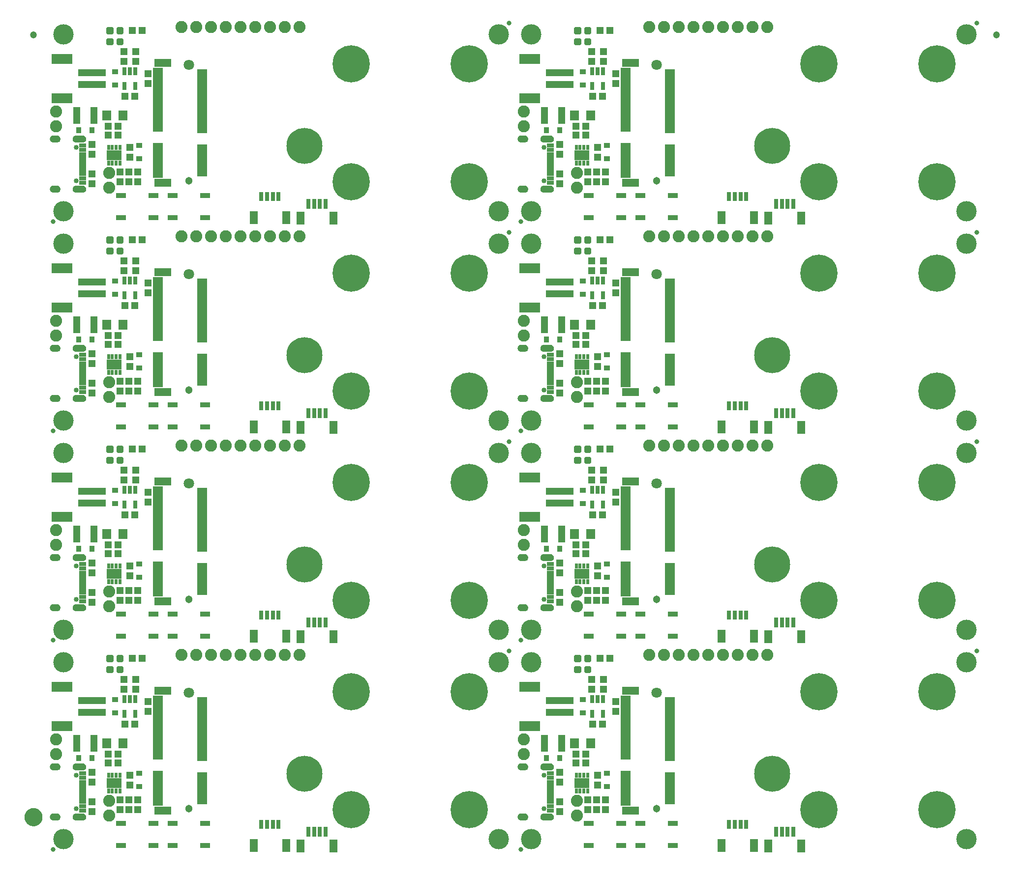
<source format=gts>
G04 EAGLE Gerber RS-274X export*
G75*
%MOMM*%
%FSLAX34Y34*%
%LPD*%
%INSoldermask Top*%
%IPPOS*%
%AMOC8*
5,1,8,0,0,1.08239X$1,22.5*%
G01*
%ADD10R,1.203200X0.503200*%
%ADD11R,1.203200X0.803200*%
%ADD12C,0.853200*%
%ADD13R,1.203200X1.303200*%
%ADD14C,0.838200*%
%ADD15C,3.505200*%
%ADD16R,1.727200X0.965200*%
%ADD17C,6.203200*%
%ADD18R,1.303200X1.203200*%
%ADD19C,0.505344*%
%ADD20C,1.303200*%
%ADD21C,1.803200*%
%ADD22R,1.753200X0.503200*%
%ADD23R,2.953200X1.403200*%
%ADD24R,1.403200X2.203200*%
%ADD25R,0.803200X1.553200*%
%ADD26R,4.803200X1.203200*%
%ADD27R,3.603200X1.803200*%
%ADD28R,0.503200X0.853200*%
%ADD29R,2.553200X1.803200*%
%ADD30R,1.603200X1.803200*%
%ADD31C,2.082800*%
%ADD32R,1.033200X0.833200*%
%ADD33R,1.203200X3.003200*%
%ADD34R,0.753200X1.403200*%
%ADD35R,0.833200X1.033200*%
%ADD36R,0.803200X1.753200*%
%ADD37C,6.400800*%
%ADD38C,1.203200*%
%ADD39C,1.270000*%
%ADD40C,1.703200*%

G36*
X59034Y1225874D02*
X59034Y1225874D01*
X59037Y1225871D01*
X60159Y1226026D01*
X60164Y1226031D01*
X60168Y1226028D01*
X61239Y1226399D01*
X61243Y1226405D01*
X61248Y1226403D01*
X62225Y1226976D01*
X62228Y1226982D01*
X62233Y1226981D01*
X63080Y1227734D01*
X63082Y1227741D01*
X63087Y1227741D01*
X63771Y1228644D01*
X63771Y1228651D01*
X63776Y1228652D01*
X64271Y1229671D01*
X64269Y1229678D01*
X64274Y1229680D01*
X64561Y1230777D01*
X64559Y1230781D01*
X64561Y1230782D01*
X64559Y1230784D01*
X64562Y1230786D01*
X64629Y1231917D01*
X64627Y1231921D01*
X64629Y1231923D01*
X64562Y1233054D01*
X64557Y1233059D01*
X64561Y1233063D01*
X64274Y1234160D01*
X64268Y1234164D01*
X64271Y1234169D01*
X63776Y1235188D01*
X63770Y1235191D01*
X63771Y1235196D01*
X63087Y1236099D01*
X63080Y1236101D01*
X63080Y1236106D01*
X62233Y1236859D01*
X62226Y1236859D01*
X62225Y1236864D01*
X61248Y1237437D01*
X61241Y1237436D01*
X61239Y1237441D01*
X60168Y1237812D01*
X60162Y1237809D01*
X60159Y1237814D01*
X59037Y1237969D01*
X59032Y1237966D01*
X59030Y1237969D01*
X47030Y1237969D01*
X47025Y1237966D01*
X47022Y1237969D01*
X45755Y1237764D01*
X45749Y1237758D01*
X45745Y1237761D01*
X44555Y1237279D01*
X44551Y1237272D01*
X44545Y1237274D01*
X43492Y1236540D01*
X43490Y1236532D01*
X43484Y1236533D01*
X42621Y1235583D01*
X42620Y1235574D01*
X42615Y1235574D01*
X41985Y1234455D01*
X41986Y1234447D01*
X41980Y1234445D01*
X41615Y1233215D01*
X41618Y1233207D01*
X41613Y1233204D01*
X41531Y1231923D01*
X41534Y1231919D01*
X41531Y1231917D01*
X41613Y1230636D01*
X41619Y1230630D01*
X41615Y1230625D01*
X41980Y1229395D01*
X41987Y1229390D01*
X41985Y1229385D01*
X42615Y1228266D01*
X42622Y1228263D01*
X42621Y1228257D01*
X43484Y1227307D01*
X43492Y1227306D01*
X43492Y1227300D01*
X44545Y1226566D01*
X44553Y1226566D01*
X44555Y1226561D01*
X45745Y1226079D01*
X45752Y1226081D01*
X45755Y1226076D01*
X47022Y1225871D01*
X47027Y1225874D01*
X47030Y1225871D01*
X59030Y1225871D01*
X59034Y1225874D01*
G37*
G36*
X864214Y1225874D02*
X864214Y1225874D01*
X864217Y1225871D01*
X865339Y1226026D01*
X865344Y1226031D01*
X865348Y1226028D01*
X866419Y1226399D01*
X866423Y1226405D01*
X866428Y1226403D01*
X867405Y1226976D01*
X867408Y1226982D01*
X867413Y1226981D01*
X868260Y1227734D01*
X868262Y1227741D01*
X868267Y1227741D01*
X868951Y1228644D01*
X868951Y1228651D01*
X868956Y1228652D01*
X869451Y1229671D01*
X869449Y1229678D01*
X869454Y1229680D01*
X869741Y1230777D01*
X869739Y1230781D01*
X869741Y1230782D01*
X869739Y1230784D01*
X869742Y1230786D01*
X869809Y1231917D01*
X869807Y1231921D01*
X869809Y1231923D01*
X869742Y1233054D01*
X869737Y1233059D01*
X869741Y1233063D01*
X869454Y1234160D01*
X869448Y1234164D01*
X869451Y1234169D01*
X868956Y1235188D01*
X868950Y1235191D01*
X868951Y1235196D01*
X868267Y1236099D01*
X868260Y1236101D01*
X868260Y1236106D01*
X867413Y1236859D01*
X867406Y1236859D01*
X867405Y1236864D01*
X866428Y1237437D01*
X866421Y1237436D01*
X866419Y1237441D01*
X865348Y1237812D01*
X865342Y1237809D01*
X865339Y1237814D01*
X864217Y1237969D01*
X864212Y1237966D01*
X864210Y1237969D01*
X852210Y1237969D01*
X852205Y1237966D01*
X852202Y1237969D01*
X850935Y1237764D01*
X850929Y1237758D01*
X850925Y1237761D01*
X849735Y1237279D01*
X849731Y1237272D01*
X849725Y1237274D01*
X848672Y1236540D01*
X848670Y1236532D01*
X848664Y1236533D01*
X847801Y1235583D01*
X847800Y1235574D01*
X847795Y1235574D01*
X847165Y1234455D01*
X847166Y1234447D01*
X847160Y1234445D01*
X846795Y1233215D01*
X846798Y1233207D01*
X846793Y1233204D01*
X846711Y1231923D01*
X846714Y1231919D01*
X846711Y1231917D01*
X846793Y1230636D01*
X846799Y1230630D01*
X846795Y1230625D01*
X847160Y1229395D01*
X847167Y1229390D01*
X847165Y1229385D01*
X847795Y1228266D01*
X847802Y1228263D01*
X847801Y1228257D01*
X848664Y1227307D01*
X848672Y1227306D01*
X848672Y1227300D01*
X849725Y1226566D01*
X849733Y1226566D01*
X849735Y1226561D01*
X850925Y1226079D01*
X850932Y1226081D01*
X850935Y1226076D01*
X852202Y1225871D01*
X852207Y1225874D01*
X852210Y1225871D01*
X864210Y1225871D01*
X864214Y1225874D01*
G37*
G36*
X864214Y1139474D02*
X864214Y1139474D01*
X864217Y1139471D01*
X865339Y1139626D01*
X865344Y1139631D01*
X865348Y1139628D01*
X866419Y1139999D01*
X866423Y1140005D01*
X866428Y1140003D01*
X867405Y1140576D01*
X867408Y1140582D01*
X867413Y1140581D01*
X868260Y1141334D01*
X868262Y1141341D01*
X868267Y1141341D01*
X868951Y1142244D01*
X868951Y1142251D01*
X868956Y1142252D01*
X869451Y1143271D01*
X869449Y1143278D01*
X869454Y1143280D01*
X869741Y1144377D01*
X869739Y1144381D01*
X869741Y1144382D01*
X869739Y1144384D01*
X869742Y1144386D01*
X869809Y1145517D01*
X869807Y1145521D01*
X869809Y1145523D01*
X869742Y1146654D01*
X869737Y1146659D01*
X869741Y1146663D01*
X869454Y1147760D01*
X869448Y1147764D01*
X869451Y1147769D01*
X868956Y1148788D01*
X868950Y1148791D01*
X868951Y1148796D01*
X868267Y1149699D01*
X868260Y1149701D01*
X868260Y1149706D01*
X867413Y1150459D01*
X867406Y1150459D01*
X867405Y1150464D01*
X866428Y1151037D01*
X866421Y1151036D01*
X866419Y1151041D01*
X865348Y1151412D01*
X865342Y1151409D01*
X865339Y1151414D01*
X864217Y1151569D01*
X864212Y1151566D01*
X864210Y1151569D01*
X852210Y1151569D01*
X852205Y1151566D01*
X852202Y1151569D01*
X850935Y1151364D01*
X850929Y1151358D01*
X850925Y1151361D01*
X849735Y1150879D01*
X849731Y1150872D01*
X849725Y1150874D01*
X848672Y1150140D01*
X848670Y1150132D01*
X848664Y1150133D01*
X847801Y1149183D01*
X847800Y1149174D01*
X847795Y1149174D01*
X847165Y1148055D01*
X847166Y1148047D01*
X847160Y1148045D01*
X846795Y1146815D01*
X846798Y1146807D01*
X846793Y1146804D01*
X846711Y1145523D01*
X846714Y1145519D01*
X846711Y1145517D01*
X846793Y1144236D01*
X846799Y1144230D01*
X846795Y1144225D01*
X847160Y1142995D01*
X847167Y1142990D01*
X847165Y1142985D01*
X847795Y1141866D01*
X847802Y1141863D01*
X847801Y1141857D01*
X848664Y1140907D01*
X848672Y1140906D01*
X848672Y1140900D01*
X849725Y1140166D01*
X849733Y1140166D01*
X849735Y1140161D01*
X850925Y1139679D01*
X850932Y1139681D01*
X850935Y1139676D01*
X852202Y1139471D01*
X852207Y1139474D01*
X852210Y1139471D01*
X864210Y1139471D01*
X864214Y1139474D01*
G37*
G36*
X59034Y1139474D02*
X59034Y1139474D01*
X59037Y1139471D01*
X60159Y1139626D01*
X60164Y1139631D01*
X60168Y1139628D01*
X61239Y1139999D01*
X61243Y1140005D01*
X61248Y1140003D01*
X62225Y1140576D01*
X62228Y1140582D01*
X62233Y1140581D01*
X63080Y1141334D01*
X63082Y1141341D01*
X63087Y1141341D01*
X63771Y1142244D01*
X63771Y1142251D01*
X63776Y1142252D01*
X64271Y1143271D01*
X64269Y1143278D01*
X64274Y1143280D01*
X64561Y1144377D01*
X64559Y1144381D01*
X64561Y1144382D01*
X64559Y1144384D01*
X64562Y1144386D01*
X64629Y1145517D01*
X64627Y1145521D01*
X64629Y1145523D01*
X64562Y1146654D01*
X64557Y1146659D01*
X64561Y1146663D01*
X64274Y1147760D01*
X64268Y1147764D01*
X64271Y1147769D01*
X63776Y1148788D01*
X63770Y1148791D01*
X63771Y1148796D01*
X63087Y1149699D01*
X63080Y1149701D01*
X63080Y1149706D01*
X62233Y1150459D01*
X62226Y1150459D01*
X62225Y1150464D01*
X61248Y1151037D01*
X61241Y1151036D01*
X61239Y1151041D01*
X60168Y1151412D01*
X60162Y1151409D01*
X60159Y1151414D01*
X59037Y1151569D01*
X59032Y1151566D01*
X59030Y1151569D01*
X47030Y1151569D01*
X47025Y1151566D01*
X47022Y1151569D01*
X45755Y1151364D01*
X45749Y1151358D01*
X45745Y1151361D01*
X44555Y1150879D01*
X44551Y1150872D01*
X44545Y1150874D01*
X43492Y1150140D01*
X43490Y1150132D01*
X43484Y1150133D01*
X42621Y1149183D01*
X42620Y1149174D01*
X42615Y1149174D01*
X41985Y1148055D01*
X41986Y1148047D01*
X41980Y1148045D01*
X41615Y1146815D01*
X41618Y1146807D01*
X41613Y1146804D01*
X41531Y1145523D01*
X41534Y1145519D01*
X41531Y1145517D01*
X41613Y1144236D01*
X41619Y1144230D01*
X41615Y1144225D01*
X41980Y1142995D01*
X41987Y1142990D01*
X41985Y1142985D01*
X42615Y1141866D01*
X42622Y1141863D01*
X42621Y1141857D01*
X43484Y1140907D01*
X43492Y1140906D01*
X43492Y1140900D01*
X44545Y1140166D01*
X44553Y1140166D01*
X44555Y1140161D01*
X45745Y1139679D01*
X45752Y1139681D01*
X45755Y1139676D01*
X47022Y1139471D01*
X47027Y1139474D01*
X47030Y1139471D01*
X59030Y1139471D01*
X59034Y1139474D01*
G37*
G36*
X864214Y865194D02*
X864214Y865194D01*
X864217Y865191D01*
X865339Y865346D01*
X865344Y865351D01*
X865348Y865348D01*
X866419Y865719D01*
X866423Y865725D01*
X866428Y865723D01*
X867405Y866296D01*
X867408Y866302D01*
X867413Y866301D01*
X868260Y867054D01*
X868262Y867061D01*
X868267Y867061D01*
X868951Y867964D01*
X868951Y867971D01*
X868956Y867972D01*
X869451Y868991D01*
X869449Y868998D01*
X869454Y869000D01*
X869741Y870097D01*
X869739Y870101D01*
X869741Y870102D01*
X869739Y870104D01*
X869742Y870106D01*
X869809Y871237D01*
X869807Y871241D01*
X869809Y871243D01*
X869742Y872374D01*
X869737Y872379D01*
X869741Y872383D01*
X869454Y873480D01*
X869448Y873484D01*
X869451Y873489D01*
X868956Y874508D01*
X868950Y874511D01*
X868951Y874516D01*
X868267Y875419D01*
X868260Y875421D01*
X868260Y875426D01*
X867413Y876179D01*
X867406Y876179D01*
X867405Y876184D01*
X866428Y876757D01*
X866421Y876756D01*
X866419Y876761D01*
X865348Y877132D01*
X865342Y877129D01*
X865339Y877134D01*
X864217Y877289D01*
X864212Y877286D01*
X864210Y877289D01*
X852210Y877289D01*
X852205Y877286D01*
X852202Y877289D01*
X850935Y877084D01*
X850929Y877078D01*
X850925Y877081D01*
X849735Y876599D01*
X849731Y876592D01*
X849725Y876594D01*
X848672Y875860D01*
X848670Y875852D01*
X848664Y875853D01*
X847801Y874903D01*
X847800Y874894D01*
X847795Y874894D01*
X847165Y873775D01*
X847166Y873767D01*
X847160Y873765D01*
X846795Y872535D01*
X846798Y872527D01*
X846793Y872524D01*
X846711Y871243D01*
X846714Y871239D01*
X846711Y871237D01*
X846793Y869956D01*
X846799Y869950D01*
X846795Y869945D01*
X847160Y868715D01*
X847167Y868710D01*
X847165Y868705D01*
X847795Y867586D01*
X847802Y867583D01*
X847801Y867577D01*
X848664Y866627D01*
X848672Y866626D01*
X848672Y866620D01*
X849725Y865886D01*
X849733Y865886D01*
X849735Y865881D01*
X850925Y865399D01*
X850932Y865401D01*
X850935Y865396D01*
X852202Y865191D01*
X852207Y865194D01*
X852210Y865191D01*
X864210Y865191D01*
X864214Y865194D01*
G37*
G36*
X59034Y865194D02*
X59034Y865194D01*
X59037Y865191D01*
X60159Y865346D01*
X60164Y865351D01*
X60168Y865348D01*
X61239Y865719D01*
X61243Y865725D01*
X61248Y865723D01*
X62225Y866296D01*
X62228Y866302D01*
X62233Y866301D01*
X63080Y867054D01*
X63082Y867061D01*
X63087Y867061D01*
X63771Y867964D01*
X63771Y867971D01*
X63776Y867972D01*
X64271Y868991D01*
X64269Y868998D01*
X64274Y869000D01*
X64561Y870097D01*
X64559Y870101D01*
X64561Y870102D01*
X64559Y870104D01*
X64562Y870106D01*
X64629Y871237D01*
X64627Y871241D01*
X64629Y871243D01*
X64562Y872374D01*
X64557Y872379D01*
X64561Y872383D01*
X64274Y873480D01*
X64268Y873484D01*
X64271Y873489D01*
X63776Y874508D01*
X63770Y874511D01*
X63771Y874516D01*
X63087Y875419D01*
X63080Y875421D01*
X63080Y875426D01*
X62233Y876179D01*
X62226Y876179D01*
X62225Y876184D01*
X61248Y876757D01*
X61241Y876756D01*
X61239Y876761D01*
X60168Y877132D01*
X60162Y877129D01*
X60159Y877134D01*
X59037Y877289D01*
X59032Y877286D01*
X59030Y877289D01*
X47030Y877289D01*
X47025Y877286D01*
X47022Y877289D01*
X45755Y877084D01*
X45749Y877078D01*
X45745Y877081D01*
X44555Y876599D01*
X44551Y876592D01*
X44545Y876594D01*
X43492Y875860D01*
X43490Y875852D01*
X43484Y875853D01*
X42621Y874903D01*
X42620Y874894D01*
X42615Y874894D01*
X41985Y873775D01*
X41986Y873767D01*
X41980Y873765D01*
X41615Y872535D01*
X41618Y872527D01*
X41613Y872524D01*
X41531Y871243D01*
X41534Y871239D01*
X41531Y871237D01*
X41613Y869956D01*
X41619Y869950D01*
X41615Y869945D01*
X41980Y868715D01*
X41987Y868710D01*
X41985Y868705D01*
X42615Y867586D01*
X42622Y867583D01*
X42621Y867577D01*
X43484Y866627D01*
X43492Y866626D01*
X43492Y866620D01*
X44545Y865886D01*
X44553Y865886D01*
X44555Y865881D01*
X45745Y865399D01*
X45752Y865401D01*
X45755Y865396D01*
X47022Y865191D01*
X47027Y865194D01*
X47030Y865191D01*
X59030Y865191D01*
X59034Y865194D01*
G37*
G36*
X59034Y778794D02*
X59034Y778794D01*
X59037Y778791D01*
X60159Y778946D01*
X60164Y778951D01*
X60168Y778948D01*
X61239Y779319D01*
X61243Y779325D01*
X61248Y779323D01*
X62225Y779896D01*
X62228Y779902D01*
X62233Y779901D01*
X63080Y780654D01*
X63082Y780661D01*
X63087Y780661D01*
X63771Y781564D01*
X63771Y781571D01*
X63776Y781572D01*
X64271Y782591D01*
X64269Y782598D01*
X64274Y782600D01*
X64561Y783697D01*
X64559Y783701D01*
X64561Y783702D01*
X64559Y783704D01*
X64562Y783706D01*
X64629Y784837D01*
X64627Y784841D01*
X64629Y784843D01*
X64562Y785974D01*
X64557Y785979D01*
X64561Y785983D01*
X64274Y787080D01*
X64268Y787084D01*
X64271Y787089D01*
X63776Y788108D01*
X63770Y788111D01*
X63771Y788116D01*
X63087Y789019D01*
X63080Y789021D01*
X63080Y789026D01*
X62233Y789779D01*
X62226Y789779D01*
X62225Y789784D01*
X61248Y790357D01*
X61241Y790356D01*
X61239Y790361D01*
X60168Y790732D01*
X60162Y790729D01*
X60159Y790734D01*
X59037Y790889D01*
X59032Y790886D01*
X59030Y790889D01*
X47030Y790889D01*
X47025Y790886D01*
X47022Y790889D01*
X45755Y790684D01*
X45749Y790678D01*
X45745Y790681D01*
X44555Y790199D01*
X44551Y790192D01*
X44545Y790194D01*
X43492Y789460D01*
X43490Y789452D01*
X43484Y789453D01*
X42621Y788503D01*
X42620Y788494D01*
X42615Y788494D01*
X41985Y787375D01*
X41986Y787367D01*
X41980Y787365D01*
X41615Y786135D01*
X41618Y786127D01*
X41613Y786124D01*
X41531Y784843D01*
X41534Y784839D01*
X41531Y784837D01*
X41613Y783556D01*
X41619Y783550D01*
X41615Y783545D01*
X41980Y782315D01*
X41987Y782310D01*
X41985Y782305D01*
X42615Y781186D01*
X42622Y781183D01*
X42621Y781177D01*
X43484Y780227D01*
X43492Y780226D01*
X43492Y780220D01*
X44545Y779486D01*
X44553Y779486D01*
X44555Y779481D01*
X45745Y778999D01*
X45752Y779001D01*
X45755Y778996D01*
X47022Y778791D01*
X47027Y778794D01*
X47030Y778791D01*
X59030Y778791D01*
X59034Y778794D01*
G37*
G36*
X864214Y778794D02*
X864214Y778794D01*
X864217Y778791D01*
X865339Y778946D01*
X865344Y778951D01*
X865348Y778948D01*
X866419Y779319D01*
X866423Y779325D01*
X866428Y779323D01*
X867405Y779896D01*
X867408Y779902D01*
X867413Y779901D01*
X868260Y780654D01*
X868262Y780661D01*
X868267Y780661D01*
X868951Y781564D01*
X868951Y781571D01*
X868956Y781572D01*
X869451Y782591D01*
X869449Y782598D01*
X869454Y782600D01*
X869741Y783697D01*
X869739Y783701D01*
X869741Y783702D01*
X869739Y783704D01*
X869742Y783706D01*
X869809Y784837D01*
X869807Y784841D01*
X869809Y784843D01*
X869742Y785974D01*
X869737Y785979D01*
X869741Y785983D01*
X869454Y787080D01*
X869448Y787084D01*
X869451Y787089D01*
X868956Y788108D01*
X868950Y788111D01*
X868951Y788116D01*
X868267Y789019D01*
X868260Y789021D01*
X868260Y789026D01*
X867413Y789779D01*
X867406Y789779D01*
X867405Y789784D01*
X866428Y790357D01*
X866421Y790356D01*
X866419Y790361D01*
X865348Y790732D01*
X865342Y790729D01*
X865339Y790734D01*
X864217Y790889D01*
X864212Y790886D01*
X864210Y790889D01*
X852210Y790889D01*
X852205Y790886D01*
X852202Y790889D01*
X850935Y790684D01*
X850929Y790678D01*
X850925Y790681D01*
X849735Y790199D01*
X849731Y790192D01*
X849725Y790194D01*
X848672Y789460D01*
X848670Y789452D01*
X848664Y789453D01*
X847801Y788503D01*
X847800Y788494D01*
X847795Y788494D01*
X847165Y787375D01*
X847166Y787367D01*
X847160Y787365D01*
X846795Y786135D01*
X846798Y786127D01*
X846793Y786124D01*
X846711Y784843D01*
X846714Y784839D01*
X846711Y784837D01*
X846793Y783556D01*
X846799Y783550D01*
X846795Y783545D01*
X847160Y782315D01*
X847167Y782310D01*
X847165Y782305D01*
X847795Y781186D01*
X847802Y781183D01*
X847801Y781177D01*
X848664Y780227D01*
X848672Y780226D01*
X848672Y780220D01*
X849725Y779486D01*
X849733Y779486D01*
X849735Y779481D01*
X850925Y778999D01*
X850932Y779001D01*
X850935Y778996D01*
X852202Y778791D01*
X852207Y778794D01*
X852210Y778791D01*
X864210Y778791D01*
X864214Y778794D01*
G37*
G36*
X864214Y504514D02*
X864214Y504514D01*
X864217Y504511D01*
X865339Y504666D01*
X865344Y504671D01*
X865348Y504668D01*
X866419Y505039D01*
X866423Y505045D01*
X866428Y505043D01*
X867405Y505616D01*
X867408Y505622D01*
X867413Y505621D01*
X868260Y506374D01*
X868262Y506381D01*
X868267Y506381D01*
X868951Y507284D01*
X868951Y507291D01*
X868956Y507292D01*
X869451Y508311D01*
X869449Y508318D01*
X869454Y508320D01*
X869741Y509417D01*
X869739Y509421D01*
X869741Y509422D01*
X869739Y509424D01*
X869742Y509426D01*
X869809Y510557D01*
X869807Y510561D01*
X869809Y510563D01*
X869742Y511694D01*
X869737Y511699D01*
X869741Y511703D01*
X869454Y512800D01*
X869448Y512804D01*
X869451Y512809D01*
X868956Y513828D01*
X868950Y513831D01*
X868951Y513836D01*
X868267Y514739D01*
X868260Y514741D01*
X868260Y514746D01*
X867413Y515499D01*
X867406Y515499D01*
X867405Y515504D01*
X866428Y516077D01*
X866421Y516076D01*
X866419Y516081D01*
X865348Y516452D01*
X865342Y516449D01*
X865339Y516454D01*
X864217Y516609D01*
X864212Y516606D01*
X864210Y516609D01*
X852210Y516609D01*
X852205Y516606D01*
X852202Y516609D01*
X850935Y516404D01*
X850929Y516398D01*
X850925Y516401D01*
X849735Y515919D01*
X849731Y515912D01*
X849725Y515914D01*
X848672Y515180D01*
X848670Y515172D01*
X848664Y515173D01*
X847801Y514223D01*
X847800Y514214D01*
X847795Y514214D01*
X847165Y513095D01*
X847166Y513087D01*
X847160Y513085D01*
X846795Y511855D01*
X846798Y511847D01*
X846793Y511844D01*
X846711Y510563D01*
X846714Y510559D01*
X846711Y510557D01*
X846793Y509276D01*
X846799Y509270D01*
X846795Y509265D01*
X847160Y508035D01*
X847167Y508030D01*
X847165Y508025D01*
X847795Y506906D01*
X847802Y506903D01*
X847801Y506897D01*
X848664Y505947D01*
X848672Y505946D01*
X848672Y505940D01*
X849725Y505206D01*
X849733Y505206D01*
X849735Y505201D01*
X850925Y504719D01*
X850932Y504721D01*
X850935Y504716D01*
X852202Y504511D01*
X852207Y504514D01*
X852210Y504511D01*
X864210Y504511D01*
X864214Y504514D01*
G37*
G36*
X59034Y504514D02*
X59034Y504514D01*
X59037Y504511D01*
X60159Y504666D01*
X60164Y504671D01*
X60168Y504668D01*
X61239Y505039D01*
X61243Y505045D01*
X61248Y505043D01*
X62225Y505616D01*
X62228Y505622D01*
X62233Y505621D01*
X63080Y506374D01*
X63082Y506381D01*
X63087Y506381D01*
X63771Y507284D01*
X63771Y507291D01*
X63776Y507292D01*
X64271Y508311D01*
X64269Y508318D01*
X64274Y508320D01*
X64561Y509417D01*
X64559Y509421D01*
X64561Y509422D01*
X64559Y509424D01*
X64562Y509426D01*
X64629Y510557D01*
X64627Y510561D01*
X64629Y510563D01*
X64562Y511694D01*
X64557Y511699D01*
X64561Y511703D01*
X64274Y512800D01*
X64268Y512804D01*
X64271Y512809D01*
X63776Y513828D01*
X63770Y513831D01*
X63771Y513836D01*
X63087Y514739D01*
X63080Y514741D01*
X63080Y514746D01*
X62233Y515499D01*
X62226Y515499D01*
X62225Y515504D01*
X61248Y516077D01*
X61241Y516076D01*
X61239Y516081D01*
X60168Y516452D01*
X60162Y516449D01*
X60159Y516454D01*
X59037Y516609D01*
X59032Y516606D01*
X59030Y516609D01*
X47030Y516609D01*
X47025Y516606D01*
X47022Y516609D01*
X45755Y516404D01*
X45749Y516398D01*
X45745Y516401D01*
X44555Y515919D01*
X44551Y515912D01*
X44545Y515914D01*
X43492Y515180D01*
X43490Y515172D01*
X43484Y515173D01*
X42621Y514223D01*
X42620Y514214D01*
X42615Y514214D01*
X41985Y513095D01*
X41986Y513087D01*
X41980Y513085D01*
X41615Y511855D01*
X41618Y511847D01*
X41613Y511844D01*
X41531Y510563D01*
X41534Y510559D01*
X41531Y510557D01*
X41613Y509276D01*
X41619Y509270D01*
X41615Y509265D01*
X41980Y508035D01*
X41987Y508030D01*
X41985Y508025D01*
X42615Y506906D01*
X42622Y506903D01*
X42621Y506897D01*
X43484Y505947D01*
X43492Y505946D01*
X43492Y505940D01*
X44545Y505206D01*
X44553Y505206D01*
X44555Y505201D01*
X45745Y504719D01*
X45752Y504721D01*
X45755Y504716D01*
X47022Y504511D01*
X47027Y504514D01*
X47030Y504511D01*
X59030Y504511D01*
X59034Y504514D01*
G37*
G36*
X59034Y418114D02*
X59034Y418114D01*
X59037Y418111D01*
X60159Y418266D01*
X60164Y418271D01*
X60168Y418268D01*
X61239Y418639D01*
X61243Y418645D01*
X61248Y418643D01*
X62225Y419216D01*
X62228Y419222D01*
X62233Y419221D01*
X63080Y419974D01*
X63082Y419981D01*
X63087Y419981D01*
X63771Y420884D01*
X63771Y420891D01*
X63776Y420892D01*
X64271Y421911D01*
X64269Y421918D01*
X64274Y421920D01*
X64561Y423017D01*
X64559Y423021D01*
X64561Y423022D01*
X64559Y423024D01*
X64562Y423026D01*
X64629Y424157D01*
X64627Y424161D01*
X64629Y424163D01*
X64562Y425294D01*
X64557Y425299D01*
X64561Y425303D01*
X64274Y426400D01*
X64268Y426404D01*
X64271Y426409D01*
X63776Y427428D01*
X63770Y427431D01*
X63771Y427436D01*
X63087Y428339D01*
X63080Y428341D01*
X63080Y428346D01*
X62233Y429099D01*
X62226Y429099D01*
X62225Y429104D01*
X61248Y429677D01*
X61241Y429676D01*
X61239Y429681D01*
X60168Y430052D01*
X60162Y430049D01*
X60159Y430054D01*
X59037Y430209D01*
X59032Y430206D01*
X59030Y430209D01*
X47030Y430209D01*
X47025Y430206D01*
X47022Y430209D01*
X45755Y430004D01*
X45749Y429998D01*
X45745Y430001D01*
X44555Y429519D01*
X44551Y429512D01*
X44545Y429514D01*
X43492Y428780D01*
X43490Y428772D01*
X43484Y428773D01*
X42621Y427823D01*
X42620Y427814D01*
X42615Y427814D01*
X41985Y426695D01*
X41986Y426687D01*
X41980Y426685D01*
X41615Y425455D01*
X41618Y425447D01*
X41613Y425444D01*
X41531Y424163D01*
X41534Y424159D01*
X41531Y424157D01*
X41613Y422876D01*
X41619Y422870D01*
X41615Y422865D01*
X41980Y421635D01*
X41987Y421630D01*
X41985Y421625D01*
X42615Y420506D01*
X42622Y420503D01*
X42621Y420497D01*
X43484Y419547D01*
X43492Y419546D01*
X43492Y419540D01*
X44545Y418806D01*
X44553Y418806D01*
X44555Y418801D01*
X45745Y418319D01*
X45752Y418321D01*
X45755Y418316D01*
X47022Y418111D01*
X47027Y418114D01*
X47030Y418111D01*
X59030Y418111D01*
X59034Y418114D01*
G37*
G36*
X864214Y418114D02*
X864214Y418114D01*
X864217Y418111D01*
X865339Y418266D01*
X865344Y418271D01*
X865348Y418268D01*
X866419Y418639D01*
X866423Y418645D01*
X866428Y418643D01*
X867405Y419216D01*
X867408Y419222D01*
X867413Y419221D01*
X868260Y419974D01*
X868262Y419981D01*
X868267Y419981D01*
X868951Y420884D01*
X868951Y420891D01*
X868956Y420892D01*
X869451Y421911D01*
X869449Y421918D01*
X869454Y421920D01*
X869741Y423017D01*
X869739Y423021D01*
X869741Y423022D01*
X869739Y423024D01*
X869742Y423026D01*
X869809Y424157D01*
X869807Y424161D01*
X869809Y424163D01*
X869742Y425294D01*
X869737Y425299D01*
X869741Y425303D01*
X869454Y426400D01*
X869448Y426404D01*
X869451Y426409D01*
X868956Y427428D01*
X868950Y427431D01*
X868951Y427436D01*
X868267Y428339D01*
X868260Y428341D01*
X868260Y428346D01*
X867413Y429099D01*
X867406Y429099D01*
X867405Y429104D01*
X866428Y429677D01*
X866421Y429676D01*
X866419Y429681D01*
X865348Y430052D01*
X865342Y430049D01*
X865339Y430054D01*
X864217Y430209D01*
X864212Y430206D01*
X864210Y430209D01*
X852210Y430209D01*
X852205Y430206D01*
X852202Y430209D01*
X850935Y430004D01*
X850929Y429998D01*
X850925Y430001D01*
X849735Y429519D01*
X849731Y429512D01*
X849725Y429514D01*
X848672Y428780D01*
X848670Y428772D01*
X848664Y428773D01*
X847801Y427823D01*
X847800Y427814D01*
X847795Y427814D01*
X847165Y426695D01*
X847166Y426687D01*
X847160Y426685D01*
X846795Y425455D01*
X846798Y425447D01*
X846793Y425444D01*
X846711Y424163D01*
X846714Y424159D01*
X846711Y424157D01*
X846793Y422876D01*
X846799Y422870D01*
X846795Y422865D01*
X847160Y421635D01*
X847167Y421630D01*
X847165Y421625D01*
X847795Y420506D01*
X847802Y420503D01*
X847801Y420497D01*
X848664Y419547D01*
X848672Y419546D01*
X848672Y419540D01*
X849725Y418806D01*
X849733Y418806D01*
X849735Y418801D01*
X850925Y418319D01*
X850932Y418321D01*
X850935Y418316D01*
X852202Y418111D01*
X852207Y418114D01*
X852210Y418111D01*
X864210Y418111D01*
X864214Y418114D01*
G37*
G36*
X864214Y143834D02*
X864214Y143834D01*
X864217Y143831D01*
X865339Y143986D01*
X865344Y143991D01*
X865348Y143988D01*
X866419Y144359D01*
X866423Y144365D01*
X866428Y144363D01*
X867405Y144936D01*
X867408Y144942D01*
X867413Y144941D01*
X868260Y145694D01*
X868262Y145701D01*
X868267Y145701D01*
X868951Y146604D01*
X868951Y146611D01*
X868956Y146612D01*
X869451Y147631D01*
X869449Y147638D01*
X869454Y147640D01*
X869741Y148737D01*
X869739Y148741D01*
X869741Y148742D01*
X869739Y148744D01*
X869742Y148746D01*
X869809Y149877D01*
X869807Y149881D01*
X869809Y149883D01*
X869742Y151014D01*
X869737Y151019D01*
X869741Y151023D01*
X869454Y152120D01*
X869448Y152124D01*
X869451Y152129D01*
X868956Y153148D01*
X868950Y153151D01*
X868951Y153156D01*
X868267Y154059D01*
X868260Y154061D01*
X868260Y154066D01*
X867413Y154819D01*
X867406Y154819D01*
X867405Y154824D01*
X866428Y155397D01*
X866421Y155396D01*
X866419Y155401D01*
X865348Y155772D01*
X865342Y155769D01*
X865339Y155774D01*
X864217Y155929D01*
X864212Y155926D01*
X864210Y155929D01*
X852210Y155929D01*
X852205Y155926D01*
X852202Y155929D01*
X850935Y155724D01*
X850929Y155718D01*
X850925Y155721D01*
X849735Y155239D01*
X849731Y155232D01*
X849725Y155234D01*
X848672Y154500D01*
X848670Y154492D01*
X848664Y154493D01*
X847801Y153543D01*
X847800Y153534D01*
X847795Y153534D01*
X847165Y152415D01*
X847166Y152407D01*
X847160Y152405D01*
X846795Y151175D01*
X846798Y151167D01*
X846793Y151164D01*
X846711Y149883D01*
X846714Y149879D01*
X846711Y149877D01*
X846793Y148596D01*
X846799Y148590D01*
X846795Y148585D01*
X847160Y147355D01*
X847167Y147350D01*
X847165Y147345D01*
X847795Y146226D01*
X847802Y146223D01*
X847801Y146217D01*
X848664Y145267D01*
X848672Y145266D01*
X848672Y145260D01*
X849725Y144526D01*
X849733Y144526D01*
X849735Y144521D01*
X850925Y144039D01*
X850932Y144041D01*
X850935Y144036D01*
X852202Y143831D01*
X852207Y143834D01*
X852210Y143831D01*
X864210Y143831D01*
X864214Y143834D01*
G37*
G36*
X59034Y143834D02*
X59034Y143834D01*
X59037Y143831D01*
X60159Y143986D01*
X60164Y143991D01*
X60168Y143988D01*
X61239Y144359D01*
X61243Y144365D01*
X61248Y144363D01*
X62225Y144936D01*
X62228Y144942D01*
X62233Y144941D01*
X63080Y145694D01*
X63082Y145701D01*
X63087Y145701D01*
X63771Y146604D01*
X63771Y146611D01*
X63776Y146612D01*
X64271Y147631D01*
X64269Y147638D01*
X64274Y147640D01*
X64561Y148737D01*
X64559Y148741D01*
X64561Y148742D01*
X64559Y148744D01*
X64562Y148746D01*
X64629Y149877D01*
X64627Y149881D01*
X64629Y149883D01*
X64562Y151014D01*
X64557Y151019D01*
X64561Y151023D01*
X64274Y152120D01*
X64268Y152124D01*
X64271Y152129D01*
X63776Y153148D01*
X63770Y153151D01*
X63771Y153156D01*
X63087Y154059D01*
X63080Y154061D01*
X63080Y154066D01*
X62233Y154819D01*
X62226Y154819D01*
X62225Y154824D01*
X61248Y155397D01*
X61241Y155396D01*
X61239Y155401D01*
X60168Y155772D01*
X60162Y155769D01*
X60159Y155774D01*
X59037Y155929D01*
X59032Y155926D01*
X59030Y155929D01*
X47030Y155929D01*
X47025Y155926D01*
X47022Y155929D01*
X45755Y155724D01*
X45749Y155718D01*
X45745Y155721D01*
X44555Y155239D01*
X44551Y155232D01*
X44545Y155234D01*
X43492Y154500D01*
X43490Y154492D01*
X43484Y154493D01*
X42621Y153543D01*
X42620Y153534D01*
X42615Y153534D01*
X41985Y152415D01*
X41986Y152407D01*
X41980Y152405D01*
X41615Y151175D01*
X41618Y151167D01*
X41613Y151164D01*
X41531Y149883D01*
X41534Y149879D01*
X41531Y149877D01*
X41613Y148596D01*
X41619Y148590D01*
X41615Y148585D01*
X41980Y147355D01*
X41987Y147350D01*
X41985Y147345D01*
X42615Y146226D01*
X42622Y146223D01*
X42621Y146217D01*
X43484Y145267D01*
X43492Y145266D01*
X43492Y145260D01*
X44545Y144526D01*
X44553Y144526D01*
X44555Y144521D01*
X45745Y144039D01*
X45752Y144041D01*
X45755Y144036D01*
X47022Y143831D01*
X47027Y143834D01*
X47030Y143831D01*
X59030Y143831D01*
X59034Y143834D01*
G37*
G36*
X59034Y57434D02*
X59034Y57434D01*
X59037Y57431D01*
X60159Y57586D01*
X60164Y57591D01*
X60168Y57588D01*
X61239Y57959D01*
X61243Y57965D01*
X61248Y57963D01*
X62225Y58536D01*
X62228Y58542D01*
X62233Y58541D01*
X63080Y59294D01*
X63082Y59301D01*
X63087Y59301D01*
X63771Y60204D01*
X63771Y60211D01*
X63776Y60212D01*
X64271Y61231D01*
X64269Y61238D01*
X64274Y61240D01*
X64561Y62337D01*
X64559Y62341D01*
X64561Y62342D01*
X64559Y62344D01*
X64562Y62346D01*
X64629Y63477D01*
X64627Y63481D01*
X64629Y63483D01*
X64562Y64614D01*
X64557Y64619D01*
X64561Y64623D01*
X64274Y65720D01*
X64268Y65724D01*
X64271Y65729D01*
X63776Y66748D01*
X63770Y66751D01*
X63771Y66756D01*
X63087Y67659D01*
X63080Y67661D01*
X63080Y67666D01*
X62233Y68419D01*
X62226Y68419D01*
X62225Y68424D01*
X61248Y68997D01*
X61241Y68996D01*
X61239Y69001D01*
X60168Y69372D01*
X60162Y69369D01*
X60159Y69374D01*
X59037Y69529D01*
X59032Y69526D01*
X59030Y69529D01*
X47030Y69529D01*
X47025Y69526D01*
X47022Y69529D01*
X45755Y69324D01*
X45749Y69318D01*
X45745Y69321D01*
X44555Y68839D01*
X44551Y68832D01*
X44545Y68834D01*
X43492Y68100D01*
X43490Y68092D01*
X43484Y68093D01*
X42621Y67143D01*
X42620Y67134D01*
X42615Y67134D01*
X41985Y66015D01*
X41986Y66007D01*
X41980Y66005D01*
X41615Y64775D01*
X41618Y64767D01*
X41613Y64764D01*
X41531Y63483D01*
X41534Y63479D01*
X41531Y63477D01*
X41613Y62196D01*
X41619Y62190D01*
X41615Y62185D01*
X41980Y60955D01*
X41987Y60950D01*
X41985Y60945D01*
X42615Y59826D01*
X42622Y59823D01*
X42621Y59817D01*
X43484Y58867D01*
X43492Y58866D01*
X43492Y58860D01*
X44545Y58126D01*
X44553Y58126D01*
X44555Y58121D01*
X45745Y57639D01*
X45752Y57641D01*
X45755Y57636D01*
X47022Y57431D01*
X47027Y57434D01*
X47030Y57431D01*
X59030Y57431D01*
X59034Y57434D01*
G37*
G36*
X864214Y57434D02*
X864214Y57434D01*
X864217Y57431D01*
X865339Y57586D01*
X865344Y57591D01*
X865348Y57588D01*
X866419Y57959D01*
X866423Y57965D01*
X866428Y57963D01*
X867405Y58536D01*
X867408Y58542D01*
X867413Y58541D01*
X868260Y59294D01*
X868262Y59301D01*
X868267Y59301D01*
X868951Y60204D01*
X868951Y60211D01*
X868956Y60212D01*
X869451Y61231D01*
X869449Y61238D01*
X869454Y61240D01*
X869741Y62337D01*
X869739Y62341D01*
X869741Y62342D01*
X869739Y62344D01*
X869742Y62346D01*
X869809Y63477D01*
X869807Y63481D01*
X869809Y63483D01*
X869742Y64614D01*
X869737Y64619D01*
X869741Y64623D01*
X869454Y65720D01*
X869448Y65724D01*
X869451Y65729D01*
X868956Y66748D01*
X868950Y66751D01*
X868951Y66756D01*
X868267Y67659D01*
X868260Y67661D01*
X868260Y67666D01*
X867413Y68419D01*
X867406Y68419D01*
X867405Y68424D01*
X866428Y68997D01*
X866421Y68996D01*
X866419Y69001D01*
X865348Y69372D01*
X865342Y69369D01*
X865339Y69374D01*
X864217Y69529D01*
X864212Y69526D01*
X864210Y69529D01*
X852210Y69529D01*
X852205Y69526D01*
X852202Y69529D01*
X850935Y69324D01*
X850929Y69318D01*
X850925Y69321D01*
X849735Y68839D01*
X849731Y68832D01*
X849725Y68834D01*
X848672Y68100D01*
X848670Y68092D01*
X848664Y68093D01*
X847801Y67143D01*
X847800Y67134D01*
X847795Y67134D01*
X847165Y66015D01*
X847166Y66007D01*
X847160Y66005D01*
X846795Y64775D01*
X846798Y64767D01*
X846793Y64764D01*
X846711Y63483D01*
X846714Y63479D01*
X846711Y63477D01*
X846793Y62196D01*
X846799Y62190D01*
X846795Y62185D01*
X847160Y60955D01*
X847167Y60950D01*
X847165Y60945D01*
X847795Y59826D01*
X847802Y59823D01*
X847801Y59817D01*
X848664Y58867D01*
X848672Y58866D01*
X848672Y58860D01*
X849725Y58126D01*
X849733Y58126D01*
X849735Y58121D01*
X850925Y57639D01*
X850932Y57641D01*
X850935Y57636D01*
X852202Y57431D01*
X852207Y57434D01*
X852210Y57431D01*
X864210Y57431D01*
X864214Y57434D01*
G37*
G36*
X819413Y1225873D02*
X819413Y1225873D01*
X819415Y1225871D01*
X820591Y1225982D01*
X820596Y1225987D01*
X820600Y1225984D01*
X821732Y1226322D01*
X821736Y1226328D01*
X821741Y1226326D01*
X822785Y1226878D01*
X822788Y1226885D01*
X822793Y1226883D01*
X823709Y1227629D01*
X823710Y1227636D01*
X823716Y1227636D01*
X824469Y1228546D01*
X824469Y1228553D01*
X824474Y1228554D01*
X825035Y1229593D01*
X825034Y1229598D01*
X825038Y1229600D01*
X825037Y1229601D01*
X825039Y1229602D01*
X825386Y1230731D01*
X825386Y1230732D01*
X825387Y1230733D01*
X825384Y1230737D01*
X825388Y1230740D01*
X825509Y1231915D01*
X825505Y1231922D01*
X825509Y1231926D01*
X825352Y1233266D01*
X825347Y1233272D01*
X825350Y1233277D01*
X824899Y1234548D01*
X824892Y1234553D01*
X824894Y1234558D01*
X824172Y1235697D01*
X824164Y1235700D01*
X824165Y1235706D01*
X823207Y1236656D01*
X823199Y1236657D01*
X823198Y1236663D01*
X822053Y1237376D01*
X822045Y1237375D01*
X822043Y1237381D01*
X820767Y1237821D01*
X820760Y1237819D01*
X820757Y1237823D01*
X819415Y1237969D01*
X819412Y1237967D01*
X819410Y1237969D01*
X813410Y1237969D01*
X813407Y1237967D01*
X813404Y1237969D01*
X812075Y1237814D01*
X812069Y1237808D01*
X812065Y1237811D01*
X810804Y1237364D01*
X810799Y1237357D01*
X810794Y1237359D01*
X809664Y1236642D01*
X809661Y1236635D01*
X809655Y1236636D01*
X808713Y1235686D01*
X808712Y1235677D01*
X808706Y1235677D01*
X807999Y1234541D01*
X808000Y1234533D01*
X807994Y1234531D01*
X807558Y1233266D01*
X807560Y1233258D01*
X807555Y1233256D01*
X807411Y1231925D01*
X807415Y1231919D01*
X807411Y1231915D01*
X807521Y1230749D01*
X807526Y1230744D01*
X807523Y1230740D01*
X807858Y1229617D01*
X807864Y1229613D01*
X807862Y1229609D01*
X808410Y1228573D01*
X808416Y1228570D01*
X808415Y1228565D01*
X809154Y1227657D01*
X809161Y1227655D01*
X809161Y1227650D01*
X810063Y1226903D01*
X810071Y1226903D01*
X810071Y1226898D01*
X811102Y1226341D01*
X811109Y1226342D01*
X811111Y1226337D01*
X812230Y1225993D01*
X812237Y1225995D01*
X812240Y1225991D01*
X813405Y1225871D01*
X813408Y1225873D01*
X813410Y1225871D01*
X819410Y1225871D01*
X819413Y1225873D01*
G37*
G36*
X14233Y1225873D02*
X14233Y1225873D01*
X14235Y1225871D01*
X15411Y1225982D01*
X15416Y1225987D01*
X15420Y1225984D01*
X16552Y1226322D01*
X16556Y1226328D01*
X16561Y1226326D01*
X17605Y1226878D01*
X17608Y1226885D01*
X17613Y1226883D01*
X18529Y1227629D01*
X18530Y1227636D01*
X18536Y1227636D01*
X19289Y1228546D01*
X19289Y1228553D01*
X19294Y1228554D01*
X19855Y1229593D01*
X19854Y1229598D01*
X19858Y1229600D01*
X19857Y1229601D01*
X19859Y1229602D01*
X20206Y1230731D01*
X20206Y1230732D01*
X20207Y1230733D01*
X20204Y1230737D01*
X20208Y1230740D01*
X20329Y1231915D01*
X20325Y1231922D01*
X20329Y1231926D01*
X20172Y1233266D01*
X20167Y1233272D01*
X20170Y1233277D01*
X19719Y1234548D01*
X19712Y1234553D01*
X19714Y1234558D01*
X18992Y1235697D01*
X18984Y1235700D01*
X18985Y1235706D01*
X18027Y1236656D01*
X18019Y1236657D01*
X18018Y1236663D01*
X16873Y1237376D01*
X16865Y1237375D01*
X16863Y1237381D01*
X15587Y1237821D01*
X15580Y1237819D01*
X15577Y1237823D01*
X14235Y1237969D01*
X14232Y1237967D01*
X14230Y1237969D01*
X8230Y1237969D01*
X8227Y1237967D01*
X8224Y1237969D01*
X6895Y1237814D01*
X6889Y1237808D01*
X6885Y1237811D01*
X5624Y1237364D01*
X5619Y1237357D01*
X5614Y1237359D01*
X4484Y1236642D01*
X4481Y1236635D01*
X4475Y1236636D01*
X3533Y1235686D01*
X3532Y1235677D01*
X3526Y1235677D01*
X2819Y1234541D01*
X2820Y1234533D01*
X2814Y1234531D01*
X2378Y1233266D01*
X2380Y1233258D01*
X2375Y1233256D01*
X2231Y1231925D01*
X2235Y1231919D01*
X2231Y1231915D01*
X2341Y1230749D01*
X2346Y1230744D01*
X2343Y1230740D01*
X2678Y1229617D01*
X2684Y1229613D01*
X2682Y1229609D01*
X3230Y1228573D01*
X3236Y1228570D01*
X3235Y1228565D01*
X3974Y1227657D01*
X3981Y1227655D01*
X3981Y1227650D01*
X4883Y1226903D01*
X4891Y1226903D01*
X4891Y1226898D01*
X5922Y1226341D01*
X5929Y1226342D01*
X5931Y1226337D01*
X7050Y1225993D01*
X7057Y1225995D01*
X7060Y1225991D01*
X8225Y1225871D01*
X8228Y1225873D01*
X8230Y1225871D01*
X14230Y1225871D01*
X14233Y1225873D01*
G37*
G36*
X14233Y1139473D02*
X14233Y1139473D01*
X14235Y1139471D01*
X15411Y1139582D01*
X15416Y1139587D01*
X15420Y1139584D01*
X16552Y1139922D01*
X16556Y1139928D01*
X16561Y1139926D01*
X17605Y1140478D01*
X17608Y1140485D01*
X17613Y1140483D01*
X18529Y1141229D01*
X18530Y1141236D01*
X18536Y1141236D01*
X19289Y1142146D01*
X19289Y1142153D01*
X19294Y1142154D01*
X19855Y1143193D01*
X19854Y1143198D01*
X19858Y1143200D01*
X19857Y1143201D01*
X19859Y1143202D01*
X20206Y1144331D01*
X20206Y1144332D01*
X20207Y1144333D01*
X20204Y1144337D01*
X20208Y1144340D01*
X20329Y1145515D01*
X20325Y1145522D01*
X20329Y1145526D01*
X20172Y1146866D01*
X20167Y1146872D01*
X20170Y1146877D01*
X19719Y1148148D01*
X19712Y1148153D01*
X19714Y1148158D01*
X18992Y1149297D01*
X18984Y1149300D01*
X18985Y1149306D01*
X18027Y1150256D01*
X18019Y1150257D01*
X18018Y1150263D01*
X16873Y1150976D01*
X16865Y1150975D01*
X16863Y1150981D01*
X15587Y1151421D01*
X15580Y1151419D01*
X15577Y1151423D01*
X14235Y1151569D01*
X14232Y1151567D01*
X14230Y1151569D01*
X8230Y1151569D01*
X8227Y1151567D01*
X8224Y1151569D01*
X6895Y1151414D01*
X6889Y1151408D01*
X6885Y1151411D01*
X5624Y1150964D01*
X5619Y1150957D01*
X5614Y1150959D01*
X4484Y1150242D01*
X4481Y1150235D01*
X4475Y1150236D01*
X3533Y1149286D01*
X3532Y1149277D01*
X3526Y1149277D01*
X2819Y1148141D01*
X2820Y1148133D01*
X2814Y1148131D01*
X2378Y1146866D01*
X2380Y1146858D01*
X2375Y1146856D01*
X2231Y1145525D01*
X2235Y1145519D01*
X2231Y1145515D01*
X2341Y1144349D01*
X2346Y1144344D01*
X2343Y1144340D01*
X2678Y1143217D01*
X2684Y1143213D01*
X2682Y1143209D01*
X3230Y1142173D01*
X3236Y1142170D01*
X3235Y1142165D01*
X3974Y1141257D01*
X3981Y1141255D01*
X3981Y1141250D01*
X4883Y1140503D01*
X4891Y1140503D01*
X4891Y1140498D01*
X5922Y1139941D01*
X5929Y1139942D01*
X5931Y1139937D01*
X7050Y1139593D01*
X7057Y1139595D01*
X7060Y1139591D01*
X8225Y1139471D01*
X8228Y1139473D01*
X8230Y1139471D01*
X14230Y1139471D01*
X14233Y1139473D01*
G37*
G36*
X819413Y1139473D02*
X819413Y1139473D01*
X819415Y1139471D01*
X820591Y1139582D01*
X820596Y1139587D01*
X820600Y1139584D01*
X821732Y1139922D01*
X821736Y1139928D01*
X821741Y1139926D01*
X822785Y1140478D01*
X822788Y1140485D01*
X822793Y1140483D01*
X823709Y1141229D01*
X823710Y1141236D01*
X823716Y1141236D01*
X824469Y1142146D01*
X824469Y1142153D01*
X824474Y1142154D01*
X825035Y1143193D01*
X825034Y1143198D01*
X825038Y1143200D01*
X825037Y1143201D01*
X825039Y1143202D01*
X825386Y1144331D01*
X825386Y1144332D01*
X825387Y1144333D01*
X825384Y1144337D01*
X825388Y1144340D01*
X825509Y1145515D01*
X825505Y1145522D01*
X825509Y1145526D01*
X825352Y1146866D01*
X825347Y1146872D01*
X825350Y1146877D01*
X824899Y1148148D01*
X824892Y1148153D01*
X824894Y1148158D01*
X824172Y1149297D01*
X824164Y1149300D01*
X824165Y1149306D01*
X823207Y1150256D01*
X823199Y1150257D01*
X823198Y1150263D01*
X822053Y1150976D01*
X822045Y1150975D01*
X822043Y1150981D01*
X820767Y1151421D01*
X820760Y1151419D01*
X820757Y1151423D01*
X819415Y1151569D01*
X819412Y1151567D01*
X819410Y1151569D01*
X813410Y1151569D01*
X813407Y1151567D01*
X813404Y1151569D01*
X812075Y1151414D01*
X812069Y1151408D01*
X812065Y1151411D01*
X810804Y1150964D01*
X810799Y1150957D01*
X810794Y1150959D01*
X809664Y1150242D01*
X809661Y1150235D01*
X809655Y1150236D01*
X808713Y1149286D01*
X808712Y1149277D01*
X808706Y1149277D01*
X807999Y1148141D01*
X808000Y1148133D01*
X807994Y1148131D01*
X807558Y1146866D01*
X807560Y1146858D01*
X807555Y1146856D01*
X807411Y1145525D01*
X807415Y1145519D01*
X807411Y1145515D01*
X807521Y1144349D01*
X807526Y1144344D01*
X807523Y1144340D01*
X807858Y1143217D01*
X807864Y1143213D01*
X807862Y1143209D01*
X808410Y1142173D01*
X808416Y1142170D01*
X808415Y1142165D01*
X809154Y1141257D01*
X809161Y1141255D01*
X809161Y1141250D01*
X810063Y1140503D01*
X810071Y1140503D01*
X810071Y1140498D01*
X811102Y1139941D01*
X811109Y1139942D01*
X811111Y1139937D01*
X812230Y1139593D01*
X812237Y1139595D01*
X812240Y1139591D01*
X813405Y1139471D01*
X813408Y1139473D01*
X813410Y1139471D01*
X819410Y1139471D01*
X819413Y1139473D01*
G37*
G36*
X819413Y865193D02*
X819413Y865193D01*
X819415Y865191D01*
X820591Y865302D01*
X820596Y865307D01*
X820600Y865304D01*
X821732Y865642D01*
X821736Y865648D01*
X821741Y865646D01*
X822785Y866198D01*
X822788Y866205D01*
X822793Y866203D01*
X823709Y866949D01*
X823710Y866956D01*
X823716Y866956D01*
X824469Y867866D01*
X824469Y867873D01*
X824474Y867874D01*
X825035Y868913D01*
X825034Y868918D01*
X825038Y868920D01*
X825037Y868921D01*
X825039Y868922D01*
X825386Y870051D01*
X825386Y870052D01*
X825387Y870053D01*
X825384Y870057D01*
X825388Y870060D01*
X825509Y871235D01*
X825505Y871242D01*
X825509Y871246D01*
X825352Y872586D01*
X825347Y872592D01*
X825350Y872597D01*
X824899Y873868D01*
X824892Y873873D01*
X824894Y873878D01*
X824172Y875017D01*
X824164Y875020D01*
X824165Y875026D01*
X823207Y875976D01*
X823199Y875977D01*
X823198Y875983D01*
X822053Y876696D01*
X822045Y876695D01*
X822043Y876701D01*
X820767Y877141D01*
X820760Y877139D01*
X820757Y877143D01*
X819415Y877289D01*
X819412Y877287D01*
X819410Y877289D01*
X813410Y877289D01*
X813407Y877287D01*
X813404Y877289D01*
X812075Y877134D01*
X812069Y877128D01*
X812065Y877131D01*
X810804Y876684D01*
X810799Y876677D01*
X810794Y876679D01*
X809664Y875962D01*
X809661Y875955D01*
X809655Y875956D01*
X808713Y875006D01*
X808712Y874997D01*
X808706Y874997D01*
X807999Y873861D01*
X808000Y873853D01*
X807994Y873851D01*
X807558Y872586D01*
X807560Y872578D01*
X807555Y872576D01*
X807411Y871245D01*
X807415Y871239D01*
X807411Y871235D01*
X807521Y870069D01*
X807526Y870064D01*
X807523Y870060D01*
X807858Y868937D01*
X807864Y868933D01*
X807862Y868929D01*
X808410Y867893D01*
X808416Y867890D01*
X808415Y867885D01*
X809154Y866977D01*
X809161Y866975D01*
X809161Y866970D01*
X810063Y866223D01*
X810071Y866223D01*
X810071Y866218D01*
X811102Y865661D01*
X811109Y865662D01*
X811111Y865657D01*
X812230Y865313D01*
X812237Y865315D01*
X812240Y865311D01*
X813405Y865191D01*
X813408Y865193D01*
X813410Y865191D01*
X819410Y865191D01*
X819413Y865193D01*
G37*
G36*
X14233Y865193D02*
X14233Y865193D01*
X14235Y865191D01*
X15411Y865302D01*
X15416Y865307D01*
X15420Y865304D01*
X16552Y865642D01*
X16556Y865648D01*
X16561Y865646D01*
X17605Y866198D01*
X17608Y866205D01*
X17613Y866203D01*
X18529Y866949D01*
X18530Y866956D01*
X18536Y866956D01*
X19289Y867866D01*
X19289Y867873D01*
X19294Y867874D01*
X19855Y868913D01*
X19854Y868918D01*
X19858Y868920D01*
X19857Y868921D01*
X19859Y868922D01*
X20206Y870051D01*
X20206Y870052D01*
X20207Y870053D01*
X20204Y870057D01*
X20208Y870060D01*
X20329Y871235D01*
X20325Y871242D01*
X20329Y871246D01*
X20172Y872586D01*
X20167Y872592D01*
X20170Y872597D01*
X19719Y873868D01*
X19712Y873873D01*
X19714Y873878D01*
X18992Y875017D01*
X18984Y875020D01*
X18985Y875026D01*
X18027Y875976D01*
X18019Y875977D01*
X18018Y875983D01*
X16873Y876696D01*
X16865Y876695D01*
X16863Y876701D01*
X15587Y877141D01*
X15580Y877139D01*
X15577Y877143D01*
X14235Y877289D01*
X14232Y877287D01*
X14230Y877289D01*
X8230Y877289D01*
X8227Y877287D01*
X8224Y877289D01*
X6895Y877134D01*
X6889Y877128D01*
X6885Y877131D01*
X5624Y876684D01*
X5619Y876677D01*
X5614Y876679D01*
X4484Y875962D01*
X4481Y875955D01*
X4475Y875956D01*
X3533Y875006D01*
X3532Y874997D01*
X3526Y874997D01*
X2819Y873861D01*
X2820Y873853D01*
X2814Y873851D01*
X2378Y872586D01*
X2380Y872578D01*
X2375Y872576D01*
X2231Y871245D01*
X2235Y871239D01*
X2231Y871235D01*
X2341Y870069D01*
X2346Y870064D01*
X2343Y870060D01*
X2678Y868937D01*
X2684Y868933D01*
X2682Y868929D01*
X3230Y867893D01*
X3236Y867890D01*
X3235Y867885D01*
X3974Y866977D01*
X3981Y866975D01*
X3981Y866970D01*
X4883Y866223D01*
X4891Y866223D01*
X4891Y866218D01*
X5922Y865661D01*
X5929Y865662D01*
X5931Y865657D01*
X7050Y865313D01*
X7057Y865315D01*
X7060Y865311D01*
X8225Y865191D01*
X8228Y865193D01*
X8230Y865191D01*
X14230Y865191D01*
X14233Y865193D01*
G37*
G36*
X14233Y778793D02*
X14233Y778793D01*
X14235Y778791D01*
X15411Y778902D01*
X15416Y778907D01*
X15420Y778904D01*
X16552Y779242D01*
X16556Y779248D01*
X16561Y779246D01*
X17605Y779798D01*
X17608Y779805D01*
X17613Y779803D01*
X18529Y780549D01*
X18530Y780556D01*
X18536Y780556D01*
X19289Y781466D01*
X19289Y781473D01*
X19294Y781474D01*
X19855Y782513D01*
X19854Y782518D01*
X19858Y782520D01*
X19857Y782521D01*
X19859Y782522D01*
X20206Y783651D01*
X20206Y783652D01*
X20207Y783653D01*
X20204Y783657D01*
X20208Y783660D01*
X20329Y784835D01*
X20325Y784842D01*
X20329Y784846D01*
X20172Y786186D01*
X20167Y786192D01*
X20170Y786197D01*
X19719Y787468D01*
X19712Y787473D01*
X19714Y787478D01*
X18992Y788617D01*
X18984Y788620D01*
X18985Y788626D01*
X18027Y789576D01*
X18019Y789577D01*
X18018Y789583D01*
X16873Y790296D01*
X16865Y790295D01*
X16863Y790301D01*
X15587Y790741D01*
X15580Y790739D01*
X15577Y790743D01*
X14235Y790889D01*
X14232Y790887D01*
X14230Y790889D01*
X8230Y790889D01*
X8227Y790887D01*
X8224Y790889D01*
X6895Y790734D01*
X6889Y790728D01*
X6885Y790731D01*
X5624Y790284D01*
X5619Y790277D01*
X5614Y790279D01*
X4484Y789562D01*
X4481Y789555D01*
X4475Y789556D01*
X3533Y788606D01*
X3532Y788597D01*
X3526Y788597D01*
X2819Y787461D01*
X2820Y787453D01*
X2814Y787451D01*
X2378Y786186D01*
X2380Y786178D01*
X2375Y786176D01*
X2231Y784845D01*
X2235Y784839D01*
X2231Y784835D01*
X2341Y783669D01*
X2346Y783664D01*
X2343Y783660D01*
X2678Y782537D01*
X2684Y782533D01*
X2682Y782529D01*
X3230Y781493D01*
X3236Y781490D01*
X3235Y781485D01*
X3974Y780577D01*
X3981Y780575D01*
X3981Y780570D01*
X4883Y779823D01*
X4891Y779823D01*
X4891Y779818D01*
X5922Y779261D01*
X5929Y779262D01*
X5931Y779257D01*
X7050Y778913D01*
X7057Y778915D01*
X7060Y778911D01*
X8225Y778791D01*
X8228Y778793D01*
X8230Y778791D01*
X14230Y778791D01*
X14233Y778793D01*
G37*
G36*
X819413Y778793D02*
X819413Y778793D01*
X819415Y778791D01*
X820591Y778902D01*
X820596Y778907D01*
X820600Y778904D01*
X821732Y779242D01*
X821736Y779248D01*
X821741Y779246D01*
X822785Y779798D01*
X822788Y779805D01*
X822793Y779803D01*
X823709Y780549D01*
X823710Y780556D01*
X823716Y780556D01*
X824469Y781466D01*
X824469Y781473D01*
X824474Y781474D01*
X825035Y782513D01*
X825034Y782518D01*
X825038Y782520D01*
X825037Y782521D01*
X825039Y782522D01*
X825386Y783651D01*
X825386Y783652D01*
X825387Y783653D01*
X825384Y783657D01*
X825388Y783660D01*
X825509Y784835D01*
X825505Y784842D01*
X825509Y784846D01*
X825352Y786186D01*
X825347Y786192D01*
X825350Y786197D01*
X824899Y787468D01*
X824892Y787473D01*
X824894Y787478D01*
X824172Y788617D01*
X824164Y788620D01*
X824165Y788626D01*
X823207Y789576D01*
X823199Y789577D01*
X823198Y789583D01*
X822053Y790296D01*
X822045Y790295D01*
X822043Y790301D01*
X820767Y790741D01*
X820760Y790739D01*
X820757Y790743D01*
X819415Y790889D01*
X819412Y790887D01*
X819410Y790889D01*
X813410Y790889D01*
X813407Y790887D01*
X813404Y790889D01*
X812075Y790734D01*
X812069Y790728D01*
X812065Y790731D01*
X810804Y790284D01*
X810799Y790277D01*
X810794Y790279D01*
X809664Y789562D01*
X809661Y789555D01*
X809655Y789556D01*
X808713Y788606D01*
X808712Y788597D01*
X808706Y788597D01*
X807999Y787461D01*
X808000Y787453D01*
X807994Y787451D01*
X807558Y786186D01*
X807560Y786178D01*
X807555Y786176D01*
X807411Y784845D01*
X807415Y784839D01*
X807411Y784835D01*
X807521Y783669D01*
X807526Y783664D01*
X807523Y783660D01*
X807858Y782537D01*
X807864Y782533D01*
X807862Y782529D01*
X808410Y781493D01*
X808416Y781490D01*
X808415Y781485D01*
X809154Y780577D01*
X809161Y780575D01*
X809161Y780570D01*
X810063Y779823D01*
X810071Y779823D01*
X810071Y779818D01*
X811102Y779261D01*
X811109Y779262D01*
X811111Y779257D01*
X812230Y778913D01*
X812237Y778915D01*
X812240Y778911D01*
X813405Y778791D01*
X813408Y778793D01*
X813410Y778791D01*
X819410Y778791D01*
X819413Y778793D01*
G37*
G36*
X819413Y504513D02*
X819413Y504513D01*
X819415Y504511D01*
X820591Y504622D01*
X820596Y504627D01*
X820600Y504624D01*
X821732Y504962D01*
X821736Y504968D01*
X821741Y504966D01*
X822785Y505518D01*
X822788Y505525D01*
X822793Y505523D01*
X823709Y506269D01*
X823710Y506276D01*
X823716Y506276D01*
X824469Y507186D01*
X824469Y507193D01*
X824474Y507194D01*
X825035Y508233D01*
X825034Y508238D01*
X825038Y508240D01*
X825037Y508241D01*
X825039Y508242D01*
X825386Y509371D01*
X825386Y509372D01*
X825387Y509373D01*
X825384Y509377D01*
X825388Y509380D01*
X825509Y510555D01*
X825505Y510562D01*
X825509Y510566D01*
X825352Y511906D01*
X825347Y511912D01*
X825350Y511917D01*
X824899Y513188D01*
X824892Y513193D01*
X824894Y513198D01*
X824172Y514337D01*
X824164Y514340D01*
X824165Y514346D01*
X823207Y515296D01*
X823199Y515297D01*
X823198Y515303D01*
X822053Y516016D01*
X822045Y516015D01*
X822043Y516021D01*
X820767Y516461D01*
X820760Y516459D01*
X820757Y516463D01*
X819415Y516609D01*
X819412Y516607D01*
X819410Y516609D01*
X813410Y516609D01*
X813407Y516607D01*
X813404Y516609D01*
X812075Y516454D01*
X812069Y516448D01*
X812065Y516451D01*
X810804Y516004D01*
X810799Y515997D01*
X810794Y515999D01*
X809664Y515282D01*
X809661Y515275D01*
X809655Y515276D01*
X808713Y514326D01*
X808712Y514317D01*
X808706Y514317D01*
X807999Y513181D01*
X808000Y513173D01*
X807994Y513171D01*
X807558Y511906D01*
X807560Y511898D01*
X807555Y511896D01*
X807411Y510565D01*
X807415Y510559D01*
X807411Y510555D01*
X807521Y509389D01*
X807526Y509384D01*
X807523Y509380D01*
X807858Y508257D01*
X807864Y508253D01*
X807862Y508249D01*
X808410Y507213D01*
X808416Y507210D01*
X808415Y507205D01*
X809154Y506297D01*
X809161Y506295D01*
X809161Y506290D01*
X810063Y505543D01*
X810071Y505543D01*
X810071Y505538D01*
X811102Y504981D01*
X811109Y504982D01*
X811111Y504977D01*
X812230Y504633D01*
X812237Y504635D01*
X812240Y504631D01*
X813405Y504511D01*
X813408Y504513D01*
X813410Y504511D01*
X819410Y504511D01*
X819413Y504513D01*
G37*
G36*
X14233Y504513D02*
X14233Y504513D01*
X14235Y504511D01*
X15411Y504622D01*
X15416Y504627D01*
X15420Y504624D01*
X16552Y504962D01*
X16556Y504968D01*
X16561Y504966D01*
X17605Y505518D01*
X17608Y505525D01*
X17613Y505523D01*
X18529Y506269D01*
X18530Y506276D01*
X18536Y506276D01*
X19289Y507186D01*
X19289Y507193D01*
X19294Y507194D01*
X19855Y508233D01*
X19854Y508238D01*
X19858Y508240D01*
X19857Y508241D01*
X19859Y508242D01*
X20206Y509371D01*
X20206Y509372D01*
X20207Y509373D01*
X20204Y509377D01*
X20208Y509380D01*
X20329Y510555D01*
X20325Y510562D01*
X20329Y510566D01*
X20172Y511906D01*
X20167Y511912D01*
X20170Y511917D01*
X19719Y513188D01*
X19712Y513193D01*
X19714Y513198D01*
X18992Y514337D01*
X18984Y514340D01*
X18985Y514346D01*
X18027Y515296D01*
X18019Y515297D01*
X18018Y515303D01*
X16873Y516016D01*
X16865Y516015D01*
X16863Y516021D01*
X15587Y516461D01*
X15580Y516459D01*
X15577Y516463D01*
X14235Y516609D01*
X14232Y516607D01*
X14230Y516609D01*
X8230Y516609D01*
X8227Y516607D01*
X8224Y516609D01*
X6895Y516454D01*
X6889Y516448D01*
X6885Y516451D01*
X5624Y516004D01*
X5619Y515997D01*
X5614Y515999D01*
X4484Y515282D01*
X4481Y515275D01*
X4475Y515276D01*
X3533Y514326D01*
X3532Y514317D01*
X3526Y514317D01*
X2819Y513181D01*
X2820Y513173D01*
X2814Y513171D01*
X2378Y511906D01*
X2380Y511898D01*
X2375Y511896D01*
X2231Y510565D01*
X2235Y510559D01*
X2231Y510555D01*
X2341Y509389D01*
X2346Y509384D01*
X2343Y509380D01*
X2678Y508257D01*
X2684Y508253D01*
X2682Y508249D01*
X3230Y507213D01*
X3236Y507210D01*
X3235Y507205D01*
X3974Y506297D01*
X3981Y506295D01*
X3981Y506290D01*
X4883Y505543D01*
X4891Y505543D01*
X4891Y505538D01*
X5922Y504981D01*
X5929Y504982D01*
X5931Y504977D01*
X7050Y504633D01*
X7057Y504635D01*
X7060Y504631D01*
X8225Y504511D01*
X8228Y504513D01*
X8230Y504511D01*
X14230Y504511D01*
X14233Y504513D01*
G37*
G36*
X14233Y418113D02*
X14233Y418113D01*
X14235Y418111D01*
X15411Y418222D01*
X15416Y418227D01*
X15420Y418224D01*
X16552Y418562D01*
X16556Y418568D01*
X16561Y418566D01*
X17605Y419118D01*
X17608Y419125D01*
X17613Y419123D01*
X18529Y419869D01*
X18530Y419876D01*
X18536Y419876D01*
X19289Y420786D01*
X19289Y420793D01*
X19294Y420794D01*
X19855Y421833D01*
X19854Y421838D01*
X19858Y421840D01*
X19857Y421841D01*
X19859Y421842D01*
X20206Y422971D01*
X20206Y422972D01*
X20207Y422973D01*
X20204Y422977D01*
X20208Y422980D01*
X20329Y424155D01*
X20325Y424162D01*
X20329Y424166D01*
X20172Y425506D01*
X20167Y425512D01*
X20170Y425517D01*
X19719Y426788D01*
X19712Y426793D01*
X19714Y426798D01*
X18992Y427937D01*
X18984Y427940D01*
X18985Y427946D01*
X18027Y428896D01*
X18019Y428897D01*
X18018Y428903D01*
X16873Y429616D01*
X16865Y429615D01*
X16863Y429621D01*
X15587Y430061D01*
X15580Y430059D01*
X15577Y430063D01*
X14235Y430209D01*
X14232Y430207D01*
X14230Y430209D01*
X8230Y430209D01*
X8227Y430207D01*
X8224Y430209D01*
X6895Y430054D01*
X6889Y430048D01*
X6885Y430051D01*
X5624Y429604D01*
X5619Y429597D01*
X5614Y429599D01*
X4484Y428882D01*
X4481Y428875D01*
X4475Y428876D01*
X3533Y427926D01*
X3532Y427917D01*
X3526Y427917D01*
X2819Y426781D01*
X2820Y426773D01*
X2814Y426771D01*
X2378Y425506D01*
X2380Y425498D01*
X2375Y425496D01*
X2231Y424165D01*
X2235Y424159D01*
X2231Y424155D01*
X2341Y422989D01*
X2346Y422984D01*
X2343Y422980D01*
X2678Y421857D01*
X2684Y421853D01*
X2682Y421849D01*
X3230Y420813D01*
X3236Y420810D01*
X3235Y420805D01*
X3974Y419897D01*
X3981Y419895D01*
X3981Y419890D01*
X4883Y419143D01*
X4891Y419143D01*
X4891Y419138D01*
X5922Y418581D01*
X5929Y418582D01*
X5931Y418577D01*
X7050Y418233D01*
X7057Y418235D01*
X7060Y418231D01*
X8225Y418111D01*
X8228Y418113D01*
X8230Y418111D01*
X14230Y418111D01*
X14233Y418113D01*
G37*
G36*
X819413Y418113D02*
X819413Y418113D01*
X819415Y418111D01*
X820591Y418222D01*
X820596Y418227D01*
X820600Y418224D01*
X821732Y418562D01*
X821736Y418568D01*
X821741Y418566D01*
X822785Y419118D01*
X822788Y419125D01*
X822793Y419123D01*
X823709Y419869D01*
X823710Y419876D01*
X823716Y419876D01*
X824469Y420786D01*
X824469Y420793D01*
X824474Y420794D01*
X825035Y421833D01*
X825034Y421838D01*
X825038Y421840D01*
X825037Y421841D01*
X825039Y421842D01*
X825386Y422971D01*
X825386Y422972D01*
X825387Y422973D01*
X825384Y422977D01*
X825388Y422980D01*
X825509Y424155D01*
X825505Y424162D01*
X825509Y424166D01*
X825352Y425506D01*
X825347Y425512D01*
X825350Y425517D01*
X824899Y426788D01*
X824892Y426793D01*
X824894Y426798D01*
X824172Y427937D01*
X824164Y427940D01*
X824165Y427946D01*
X823207Y428896D01*
X823199Y428897D01*
X823198Y428903D01*
X822053Y429616D01*
X822045Y429615D01*
X822043Y429621D01*
X820767Y430061D01*
X820760Y430059D01*
X820757Y430063D01*
X819415Y430209D01*
X819412Y430207D01*
X819410Y430209D01*
X813410Y430209D01*
X813407Y430207D01*
X813404Y430209D01*
X812075Y430054D01*
X812069Y430048D01*
X812065Y430051D01*
X810804Y429604D01*
X810799Y429597D01*
X810794Y429599D01*
X809664Y428882D01*
X809661Y428875D01*
X809655Y428876D01*
X808713Y427926D01*
X808712Y427917D01*
X808706Y427917D01*
X807999Y426781D01*
X808000Y426773D01*
X807994Y426771D01*
X807558Y425506D01*
X807560Y425498D01*
X807555Y425496D01*
X807411Y424165D01*
X807415Y424159D01*
X807411Y424155D01*
X807521Y422989D01*
X807526Y422984D01*
X807523Y422980D01*
X807858Y421857D01*
X807864Y421853D01*
X807862Y421849D01*
X808410Y420813D01*
X808416Y420810D01*
X808415Y420805D01*
X809154Y419897D01*
X809161Y419895D01*
X809161Y419890D01*
X810063Y419143D01*
X810071Y419143D01*
X810071Y419138D01*
X811102Y418581D01*
X811109Y418582D01*
X811111Y418577D01*
X812230Y418233D01*
X812237Y418235D01*
X812240Y418231D01*
X813405Y418111D01*
X813408Y418113D01*
X813410Y418111D01*
X819410Y418111D01*
X819413Y418113D01*
G37*
G36*
X819413Y143833D02*
X819413Y143833D01*
X819415Y143831D01*
X820591Y143942D01*
X820596Y143947D01*
X820600Y143944D01*
X821732Y144282D01*
X821736Y144288D01*
X821741Y144286D01*
X822785Y144838D01*
X822788Y144845D01*
X822793Y144843D01*
X823709Y145589D01*
X823710Y145596D01*
X823716Y145596D01*
X824469Y146506D01*
X824469Y146513D01*
X824474Y146514D01*
X825035Y147553D01*
X825034Y147558D01*
X825038Y147560D01*
X825037Y147561D01*
X825039Y147562D01*
X825386Y148691D01*
X825386Y148692D01*
X825387Y148693D01*
X825384Y148697D01*
X825388Y148700D01*
X825509Y149875D01*
X825505Y149882D01*
X825509Y149886D01*
X825352Y151226D01*
X825347Y151232D01*
X825350Y151237D01*
X824899Y152508D01*
X824892Y152513D01*
X824894Y152518D01*
X824172Y153657D01*
X824164Y153660D01*
X824165Y153666D01*
X823207Y154616D01*
X823199Y154617D01*
X823198Y154623D01*
X822053Y155336D01*
X822045Y155335D01*
X822043Y155341D01*
X820767Y155781D01*
X820760Y155779D01*
X820757Y155783D01*
X819415Y155929D01*
X819412Y155927D01*
X819410Y155929D01*
X813410Y155929D01*
X813407Y155927D01*
X813404Y155929D01*
X812075Y155774D01*
X812069Y155768D01*
X812065Y155771D01*
X810804Y155324D01*
X810799Y155317D01*
X810794Y155319D01*
X809664Y154602D01*
X809661Y154595D01*
X809655Y154596D01*
X808713Y153646D01*
X808712Y153637D01*
X808706Y153637D01*
X807999Y152501D01*
X808000Y152493D01*
X807994Y152491D01*
X807558Y151226D01*
X807560Y151218D01*
X807555Y151216D01*
X807411Y149885D01*
X807415Y149879D01*
X807411Y149875D01*
X807521Y148709D01*
X807526Y148704D01*
X807523Y148700D01*
X807858Y147577D01*
X807864Y147573D01*
X807862Y147569D01*
X808410Y146533D01*
X808416Y146530D01*
X808415Y146525D01*
X809154Y145617D01*
X809161Y145615D01*
X809161Y145610D01*
X810063Y144863D01*
X810071Y144863D01*
X810071Y144858D01*
X811102Y144301D01*
X811109Y144302D01*
X811111Y144297D01*
X812230Y143953D01*
X812237Y143955D01*
X812240Y143951D01*
X813405Y143831D01*
X813408Y143833D01*
X813410Y143831D01*
X819410Y143831D01*
X819413Y143833D01*
G37*
G36*
X14233Y143833D02*
X14233Y143833D01*
X14235Y143831D01*
X15411Y143942D01*
X15416Y143947D01*
X15420Y143944D01*
X16552Y144282D01*
X16556Y144288D01*
X16561Y144286D01*
X17605Y144838D01*
X17608Y144845D01*
X17613Y144843D01*
X18529Y145589D01*
X18530Y145596D01*
X18536Y145596D01*
X19289Y146506D01*
X19289Y146513D01*
X19294Y146514D01*
X19855Y147553D01*
X19854Y147558D01*
X19858Y147560D01*
X19857Y147561D01*
X19859Y147562D01*
X20206Y148691D01*
X20206Y148692D01*
X20207Y148693D01*
X20204Y148697D01*
X20208Y148700D01*
X20329Y149875D01*
X20325Y149882D01*
X20329Y149886D01*
X20172Y151226D01*
X20167Y151232D01*
X20170Y151237D01*
X19719Y152508D01*
X19712Y152513D01*
X19714Y152518D01*
X18992Y153657D01*
X18984Y153660D01*
X18985Y153666D01*
X18027Y154616D01*
X18019Y154617D01*
X18018Y154623D01*
X16873Y155336D01*
X16865Y155335D01*
X16863Y155341D01*
X15587Y155781D01*
X15580Y155779D01*
X15577Y155783D01*
X14235Y155929D01*
X14232Y155927D01*
X14230Y155929D01*
X8230Y155929D01*
X8227Y155927D01*
X8224Y155929D01*
X6895Y155774D01*
X6889Y155768D01*
X6885Y155771D01*
X5624Y155324D01*
X5619Y155317D01*
X5614Y155319D01*
X4484Y154602D01*
X4481Y154595D01*
X4475Y154596D01*
X3533Y153646D01*
X3532Y153637D01*
X3526Y153637D01*
X2819Y152501D01*
X2820Y152493D01*
X2814Y152491D01*
X2378Y151226D01*
X2380Y151218D01*
X2375Y151216D01*
X2231Y149885D01*
X2235Y149879D01*
X2231Y149875D01*
X2341Y148709D01*
X2346Y148704D01*
X2343Y148700D01*
X2678Y147577D01*
X2684Y147573D01*
X2682Y147569D01*
X3230Y146533D01*
X3236Y146530D01*
X3235Y146525D01*
X3974Y145617D01*
X3981Y145615D01*
X3981Y145610D01*
X4883Y144863D01*
X4891Y144863D01*
X4891Y144858D01*
X5922Y144301D01*
X5929Y144302D01*
X5931Y144297D01*
X7050Y143953D01*
X7057Y143955D01*
X7060Y143951D01*
X8225Y143831D01*
X8228Y143833D01*
X8230Y143831D01*
X14230Y143831D01*
X14233Y143833D01*
G37*
G36*
X14233Y57433D02*
X14233Y57433D01*
X14235Y57431D01*
X15411Y57542D01*
X15416Y57547D01*
X15420Y57544D01*
X16552Y57882D01*
X16556Y57888D01*
X16561Y57886D01*
X17605Y58438D01*
X17608Y58445D01*
X17613Y58443D01*
X18529Y59189D01*
X18530Y59196D01*
X18536Y59196D01*
X19289Y60106D01*
X19289Y60113D01*
X19294Y60114D01*
X19855Y61153D01*
X19854Y61158D01*
X19858Y61160D01*
X19857Y61161D01*
X19859Y61162D01*
X20206Y62291D01*
X20206Y62292D01*
X20207Y62293D01*
X20204Y62297D01*
X20208Y62300D01*
X20329Y63475D01*
X20325Y63482D01*
X20329Y63486D01*
X20172Y64826D01*
X20167Y64832D01*
X20170Y64837D01*
X19719Y66108D01*
X19712Y66113D01*
X19714Y66118D01*
X18992Y67257D01*
X18984Y67260D01*
X18985Y67266D01*
X18027Y68216D01*
X18019Y68217D01*
X18018Y68223D01*
X16873Y68936D01*
X16865Y68935D01*
X16863Y68941D01*
X15587Y69381D01*
X15580Y69379D01*
X15577Y69383D01*
X14235Y69529D01*
X14232Y69527D01*
X14230Y69529D01*
X8230Y69529D01*
X8227Y69527D01*
X8224Y69529D01*
X6895Y69374D01*
X6889Y69368D01*
X6885Y69371D01*
X5624Y68924D01*
X5619Y68917D01*
X5614Y68919D01*
X4484Y68202D01*
X4481Y68195D01*
X4475Y68196D01*
X3533Y67246D01*
X3532Y67237D01*
X3526Y67237D01*
X2819Y66101D01*
X2820Y66093D01*
X2814Y66091D01*
X2378Y64826D01*
X2380Y64818D01*
X2375Y64816D01*
X2231Y63485D01*
X2235Y63479D01*
X2231Y63475D01*
X2341Y62309D01*
X2346Y62304D01*
X2343Y62300D01*
X2678Y61177D01*
X2684Y61173D01*
X2682Y61169D01*
X3230Y60133D01*
X3236Y60130D01*
X3235Y60125D01*
X3974Y59217D01*
X3981Y59215D01*
X3981Y59210D01*
X4883Y58463D01*
X4891Y58463D01*
X4891Y58458D01*
X5922Y57901D01*
X5929Y57902D01*
X5931Y57897D01*
X7050Y57553D01*
X7057Y57555D01*
X7060Y57551D01*
X8225Y57431D01*
X8228Y57433D01*
X8230Y57431D01*
X14230Y57431D01*
X14233Y57433D01*
G37*
G36*
X819413Y57433D02*
X819413Y57433D01*
X819415Y57431D01*
X820591Y57542D01*
X820596Y57547D01*
X820600Y57544D01*
X821732Y57882D01*
X821736Y57888D01*
X821741Y57886D01*
X822785Y58438D01*
X822788Y58445D01*
X822793Y58443D01*
X823709Y59189D01*
X823710Y59196D01*
X823716Y59196D01*
X824469Y60106D01*
X824469Y60113D01*
X824474Y60114D01*
X825035Y61153D01*
X825034Y61158D01*
X825038Y61160D01*
X825037Y61161D01*
X825039Y61162D01*
X825386Y62291D01*
X825386Y62292D01*
X825387Y62293D01*
X825384Y62297D01*
X825388Y62300D01*
X825509Y63475D01*
X825505Y63482D01*
X825509Y63486D01*
X825352Y64826D01*
X825347Y64832D01*
X825350Y64837D01*
X824899Y66108D01*
X824892Y66113D01*
X824894Y66118D01*
X824172Y67257D01*
X824164Y67260D01*
X824165Y67266D01*
X823207Y68216D01*
X823199Y68217D01*
X823198Y68223D01*
X822053Y68936D01*
X822045Y68935D01*
X822043Y68941D01*
X820767Y69381D01*
X820760Y69379D01*
X820757Y69383D01*
X819415Y69529D01*
X819412Y69527D01*
X819410Y69529D01*
X813410Y69529D01*
X813407Y69527D01*
X813404Y69529D01*
X812075Y69374D01*
X812069Y69368D01*
X812065Y69371D01*
X810804Y68924D01*
X810799Y68917D01*
X810794Y68919D01*
X809664Y68202D01*
X809661Y68195D01*
X809655Y68196D01*
X808713Y67246D01*
X808712Y67237D01*
X808706Y67237D01*
X807999Y66101D01*
X808000Y66093D01*
X807994Y66091D01*
X807558Y64826D01*
X807560Y64818D01*
X807555Y64816D01*
X807411Y63485D01*
X807415Y63479D01*
X807411Y63475D01*
X807521Y62309D01*
X807526Y62304D01*
X807523Y62300D01*
X807858Y61177D01*
X807864Y61173D01*
X807862Y61169D01*
X808410Y60133D01*
X808416Y60130D01*
X808415Y60125D01*
X809154Y59217D01*
X809161Y59215D01*
X809161Y59210D01*
X810063Y58463D01*
X810071Y58463D01*
X810071Y58458D01*
X811102Y57901D01*
X811109Y57902D01*
X811111Y57897D01*
X812230Y57553D01*
X812237Y57555D01*
X812240Y57551D01*
X813405Y57431D01*
X813408Y57433D01*
X813410Y57431D01*
X819410Y57431D01*
X819413Y57433D01*
G37*
D10*
X58830Y99180D03*
X58830Y104180D03*
D11*
X58830Y74430D03*
X58830Y82180D03*
D10*
X58830Y89180D03*
X58830Y94180D03*
X58830Y114180D03*
X58830Y109180D03*
D11*
X58830Y138930D03*
X58830Y131180D03*
D10*
X58830Y124180D03*
X58830Y119180D03*
D12*
X47780Y135580D03*
X47780Y77780D03*
D13*
X74930Y140580D03*
X74930Y123580D03*
X74930Y72780D03*
X74930Y89780D03*
D14*
X7620Y7620D03*
X792480Y349250D03*
D15*
X774700Y330200D03*
X25400Y330200D03*
X774700Y25400D03*
X25400Y25400D03*
D16*
X180340Y13970D03*
X124460Y13970D03*
X180340Y52070D03*
X124460Y52070D03*
X269240Y13970D03*
X213360Y13970D03*
X269240Y52070D03*
X213360Y52070D03*
D17*
X440730Y137600D03*
D18*
X143900Y336550D03*
X160900Y336550D03*
D19*
X109020Y340040D02*
X109020Y333060D01*
X102040Y333060D01*
X102040Y340040D01*
X109020Y340040D01*
X109020Y337860D02*
X102040Y337860D01*
X126560Y340040D02*
X126560Y333060D01*
X119580Y333060D01*
X119580Y340040D01*
X126560Y340040D01*
X126560Y337860D02*
X119580Y337860D01*
D20*
X241300Y77800D03*
D21*
X241300Y277800D03*
D22*
X188550Y85300D03*
D23*
X196300Y74300D03*
X196300Y281300D03*
D22*
X264050Y87800D03*
X188550Y90300D03*
X264050Y92800D03*
X188550Y95300D03*
X264050Y97800D03*
X188550Y100300D03*
X264050Y102800D03*
X188550Y105300D03*
X264050Y107800D03*
X188550Y110300D03*
X264050Y112800D03*
X188550Y115300D03*
X264050Y117800D03*
X188550Y120300D03*
X264050Y122800D03*
X188550Y125300D03*
X264050Y127800D03*
X188550Y130300D03*
X264050Y132800D03*
X188550Y135300D03*
X264050Y137800D03*
X188550Y140300D03*
X264050Y162800D03*
X188550Y165300D03*
X264050Y167800D03*
X188550Y170300D03*
X264050Y172800D03*
X188550Y175300D03*
X264050Y177800D03*
X188550Y180300D03*
X264050Y182800D03*
X188550Y185300D03*
X264050Y187800D03*
X188550Y190300D03*
X264050Y192800D03*
X188550Y195300D03*
X264050Y197800D03*
X188550Y200300D03*
X264050Y202800D03*
X188550Y205300D03*
X264050Y207800D03*
X188550Y210300D03*
X264050Y212800D03*
X188550Y215300D03*
X264050Y217800D03*
X188550Y220300D03*
X264050Y222800D03*
X188550Y225300D03*
X264050Y227800D03*
X188550Y230300D03*
X264050Y232800D03*
X188550Y235300D03*
X264050Y237800D03*
X188550Y240300D03*
X264050Y242800D03*
X188550Y245300D03*
X264050Y247800D03*
X188550Y250300D03*
X264050Y252800D03*
X188550Y255300D03*
X264050Y257800D03*
X188550Y260300D03*
X264050Y262800D03*
X188550Y265300D03*
X264050Y267800D03*
X188550Y270300D03*
D24*
X353000Y14050D03*
X409000Y14050D03*
D25*
X366000Y50800D03*
X376000Y50800D03*
X386000Y50800D03*
X396000Y50800D03*
D26*
X75100Y244000D03*
X75100Y264000D03*
D27*
X23100Y220000D03*
X23100Y288000D03*
D28*
X103280Y108170D03*
X109780Y108170D03*
X116280Y108170D03*
X122780Y108170D03*
X122780Y135670D03*
X116280Y135670D03*
X109780Y135670D03*
X103280Y135670D03*
D29*
X113030Y121920D03*
D18*
X102380Y156210D03*
X119380Y156210D03*
X102380Y171450D03*
X119380Y171450D03*
D30*
X128300Y190500D03*
X100300Y190500D03*
D31*
X104140Y91440D03*
X104140Y66040D03*
D13*
X139700Y135500D03*
X139700Y118500D03*
D32*
X156210Y138500D03*
X156210Y115500D03*
D13*
X123190Y93200D03*
X123190Y76200D03*
X138430Y93200D03*
X138430Y76200D03*
X153670Y93200D03*
X153670Y76200D03*
D33*
X48500Y190500D03*
X78500Y190500D03*
D34*
X149200Y267001D03*
X139700Y267001D03*
X130200Y267001D03*
X130200Y240999D03*
X149200Y240999D03*
D13*
X171450Y262500D03*
X171450Y245500D03*
X129540Y283600D03*
X129540Y300600D03*
D18*
X131200Y223520D03*
X148200Y223520D03*
D32*
X114300Y242500D03*
X114300Y265500D03*
D19*
X119580Y314010D02*
X119580Y320990D01*
X126560Y320990D01*
X126560Y314010D01*
X119580Y314010D01*
X119580Y318810D02*
X126560Y318810D01*
X102040Y320990D02*
X102040Y314010D01*
X102040Y320990D02*
X109020Y320990D01*
X109020Y314010D01*
X102040Y314010D01*
X102040Y318810D02*
X109020Y318810D01*
D13*
X149860Y300600D03*
X149860Y283600D03*
D31*
X12700Y196850D03*
X12700Y171450D03*
D35*
X75000Y165100D03*
X52000Y165100D03*
D36*
X477060Y37970D03*
X467060Y37970D03*
X457060Y37970D03*
X447060Y37970D03*
D24*
X490060Y13720D03*
X434060Y13720D03*
D37*
X520700Y279400D03*
X723900Y279400D03*
X520700Y76200D03*
X723900Y76200D03*
D31*
X228600Y342900D03*
X254000Y342900D03*
X279400Y342900D03*
X304800Y342900D03*
X330200Y342900D03*
X355600Y342900D03*
X381000Y342900D03*
X406400Y342900D03*
X431800Y342900D03*
D10*
X864010Y99180D03*
X864010Y104180D03*
D11*
X864010Y74430D03*
X864010Y82180D03*
D10*
X864010Y89180D03*
X864010Y94180D03*
X864010Y114180D03*
X864010Y109180D03*
D11*
X864010Y138930D03*
X864010Y131180D03*
D10*
X864010Y124180D03*
X864010Y119180D03*
D12*
X852960Y135580D03*
X852960Y77780D03*
D13*
X880110Y140580D03*
X880110Y123580D03*
X880110Y72780D03*
X880110Y89780D03*
D14*
X812800Y7620D03*
X1597660Y349250D03*
D15*
X1579880Y330200D03*
X830580Y330200D03*
X1579880Y25400D03*
X830580Y25400D03*
D16*
X985520Y13970D03*
X929640Y13970D03*
X985520Y52070D03*
X929640Y52070D03*
X1074420Y13970D03*
X1018540Y13970D03*
X1074420Y52070D03*
X1018540Y52070D03*
D17*
X1245910Y137600D03*
D18*
X949080Y336550D03*
X966080Y336550D03*
D19*
X914200Y340040D02*
X914200Y333060D01*
X907220Y333060D01*
X907220Y340040D01*
X914200Y340040D01*
X914200Y337860D02*
X907220Y337860D01*
X931740Y340040D02*
X931740Y333060D01*
X924760Y333060D01*
X924760Y340040D01*
X931740Y340040D01*
X931740Y337860D02*
X924760Y337860D01*
D20*
X1046480Y77800D03*
D21*
X1046480Y277800D03*
D22*
X993730Y85300D03*
D23*
X1001480Y74300D03*
X1001480Y281300D03*
D22*
X1069230Y87800D03*
X993730Y90300D03*
X1069230Y92800D03*
X993730Y95300D03*
X1069230Y97800D03*
X993730Y100300D03*
X1069230Y102800D03*
X993730Y105300D03*
X1069230Y107800D03*
X993730Y110300D03*
X1069230Y112800D03*
X993730Y115300D03*
X1069230Y117800D03*
X993730Y120300D03*
X1069230Y122800D03*
X993730Y125300D03*
X1069230Y127800D03*
X993730Y130300D03*
X1069230Y132800D03*
X993730Y135300D03*
X1069230Y137800D03*
X993730Y140300D03*
X1069230Y162800D03*
X993730Y165300D03*
X1069230Y167800D03*
X993730Y170300D03*
X1069230Y172800D03*
X993730Y175300D03*
X1069230Y177800D03*
X993730Y180300D03*
X1069230Y182800D03*
X993730Y185300D03*
X1069230Y187800D03*
X993730Y190300D03*
X1069230Y192800D03*
X993730Y195300D03*
X1069230Y197800D03*
X993730Y200300D03*
X1069230Y202800D03*
X993730Y205300D03*
X1069230Y207800D03*
X993730Y210300D03*
X1069230Y212800D03*
X993730Y215300D03*
X1069230Y217800D03*
X993730Y220300D03*
X1069230Y222800D03*
X993730Y225300D03*
X1069230Y227800D03*
X993730Y230300D03*
X1069230Y232800D03*
X993730Y235300D03*
X1069230Y237800D03*
X993730Y240300D03*
X1069230Y242800D03*
X993730Y245300D03*
X1069230Y247800D03*
X993730Y250300D03*
X1069230Y252800D03*
X993730Y255300D03*
X1069230Y257800D03*
X993730Y260300D03*
X1069230Y262800D03*
X993730Y265300D03*
X1069230Y267800D03*
X993730Y270300D03*
D24*
X1158180Y14050D03*
X1214180Y14050D03*
D25*
X1171180Y50800D03*
X1181180Y50800D03*
X1191180Y50800D03*
X1201180Y50800D03*
D26*
X880280Y244000D03*
X880280Y264000D03*
D27*
X828280Y220000D03*
X828280Y288000D03*
D28*
X908460Y108170D03*
X914960Y108170D03*
X921460Y108170D03*
X927960Y108170D03*
X927960Y135670D03*
X921460Y135670D03*
X914960Y135670D03*
X908460Y135670D03*
D29*
X918210Y121920D03*
D18*
X907560Y156210D03*
X924560Y156210D03*
X907560Y171450D03*
X924560Y171450D03*
D30*
X933480Y190500D03*
X905480Y190500D03*
D31*
X909320Y91440D03*
X909320Y66040D03*
D13*
X944880Y135500D03*
X944880Y118500D03*
D32*
X961390Y138500D03*
X961390Y115500D03*
D13*
X928370Y93200D03*
X928370Y76200D03*
X943610Y93200D03*
X943610Y76200D03*
X958850Y93200D03*
X958850Y76200D03*
D33*
X853680Y190500D03*
X883680Y190500D03*
D34*
X954380Y267001D03*
X944880Y267001D03*
X935380Y267001D03*
X935380Y240999D03*
X954380Y240999D03*
D13*
X976630Y262500D03*
X976630Y245500D03*
X934720Y283600D03*
X934720Y300600D03*
D18*
X936380Y223520D03*
X953380Y223520D03*
D32*
X919480Y242500D03*
X919480Y265500D03*
D19*
X924760Y314010D02*
X924760Y320990D01*
X931740Y320990D01*
X931740Y314010D01*
X924760Y314010D01*
X924760Y318810D02*
X931740Y318810D01*
X907220Y320990D02*
X907220Y314010D01*
X907220Y320990D02*
X914200Y320990D01*
X914200Y314010D01*
X907220Y314010D01*
X907220Y318810D02*
X914200Y318810D01*
D13*
X955040Y300600D03*
X955040Y283600D03*
D31*
X817880Y196850D03*
X817880Y171450D03*
D35*
X880180Y165100D03*
X857180Y165100D03*
D36*
X1282240Y37970D03*
X1272240Y37970D03*
X1262240Y37970D03*
X1252240Y37970D03*
D24*
X1295240Y13720D03*
X1239240Y13720D03*
D37*
X1325880Y279400D03*
X1529080Y279400D03*
X1325880Y76200D03*
X1529080Y76200D03*
D31*
X1033780Y342900D03*
X1059180Y342900D03*
X1084580Y342900D03*
X1109980Y342900D03*
X1135380Y342900D03*
X1160780Y342900D03*
X1186180Y342900D03*
X1211580Y342900D03*
X1236980Y342900D03*
D10*
X58830Y459860D03*
X58830Y464860D03*
D11*
X58830Y435110D03*
X58830Y442860D03*
D10*
X58830Y449860D03*
X58830Y454860D03*
X58830Y474860D03*
X58830Y469860D03*
D11*
X58830Y499610D03*
X58830Y491860D03*
D10*
X58830Y484860D03*
X58830Y479860D03*
D12*
X47780Y496260D03*
X47780Y438460D03*
D13*
X74930Y501260D03*
X74930Y484260D03*
X74930Y433460D03*
X74930Y450460D03*
D14*
X7620Y368300D03*
X792480Y709930D03*
D15*
X774700Y690880D03*
X25400Y690880D03*
X774700Y386080D03*
X25400Y386080D03*
D16*
X180340Y374650D03*
X124460Y374650D03*
X180340Y412750D03*
X124460Y412750D03*
X269240Y374650D03*
X213360Y374650D03*
X269240Y412750D03*
X213360Y412750D03*
D17*
X440730Y498280D03*
D18*
X143900Y697230D03*
X160900Y697230D03*
D19*
X109020Y700720D02*
X109020Y693740D01*
X102040Y693740D01*
X102040Y700720D01*
X109020Y700720D01*
X109020Y698540D02*
X102040Y698540D01*
X126560Y700720D02*
X126560Y693740D01*
X119580Y693740D01*
X119580Y700720D01*
X126560Y700720D01*
X126560Y698540D02*
X119580Y698540D01*
D20*
X241300Y438480D03*
D21*
X241300Y638480D03*
D22*
X188550Y445980D03*
D23*
X196300Y434980D03*
X196300Y641980D03*
D22*
X264050Y448480D03*
X188550Y450980D03*
X264050Y453480D03*
X188550Y455980D03*
X264050Y458480D03*
X188550Y460980D03*
X264050Y463480D03*
X188550Y465980D03*
X264050Y468480D03*
X188550Y470980D03*
X264050Y473480D03*
X188550Y475980D03*
X264050Y478480D03*
X188550Y480980D03*
X264050Y483480D03*
X188550Y485980D03*
X264050Y488480D03*
X188550Y490980D03*
X264050Y493480D03*
X188550Y495980D03*
X264050Y498480D03*
X188550Y500980D03*
X264050Y523480D03*
X188550Y525980D03*
X264050Y528480D03*
X188550Y530980D03*
X264050Y533480D03*
X188550Y535980D03*
X264050Y538480D03*
X188550Y540980D03*
X264050Y543480D03*
X188550Y545980D03*
X264050Y548480D03*
X188550Y550980D03*
X264050Y553480D03*
X188550Y555980D03*
X264050Y558480D03*
X188550Y560980D03*
X264050Y563480D03*
X188550Y565980D03*
X264050Y568480D03*
X188550Y570980D03*
X264050Y573480D03*
X188550Y575980D03*
X264050Y578480D03*
X188550Y580980D03*
X264050Y583480D03*
X188550Y585980D03*
X264050Y588480D03*
X188550Y590980D03*
X264050Y593480D03*
X188550Y595980D03*
X264050Y598480D03*
X188550Y600980D03*
X264050Y603480D03*
X188550Y605980D03*
X264050Y608480D03*
X188550Y610980D03*
X264050Y613480D03*
X188550Y615980D03*
X264050Y618480D03*
X188550Y620980D03*
X264050Y623480D03*
X188550Y625980D03*
X264050Y628480D03*
X188550Y630980D03*
D24*
X353000Y374730D03*
X409000Y374730D03*
D25*
X366000Y411480D03*
X376000Y411480D03*
X386000Y411480D03*
X396000Y411480D03*
D26*
X75100Y604680D03*
X75100Y624680D03*
D27*
X23100Y580680D03*
X23100Y648680D03*
D28*
X103280Y468850D03*
X109780Y468850D03*
X116280Y468850D03*
X122780Y468850D03*
X122780Y496350D03*
X116280Y496350D03*
X109780Y496350D03*
X103280Y496350D03*
D29*
X113030Y482600D03*
D18*
X102380Y516890D03*
X119380Y516890D03*
X102380Y532130D03*
X119380Y532130D03*
D30*
X128300Y551180D03*
X100300Y551180D03*
D31*
X104140Y452120D03*
X104140Y426720D03*
D13*
X139700Y496180D03*
X139700Y479180D03*
D32*
X156210Y499180D03*
X156210Y476180D03*
D13*
X123190Y453880D03*
X123190Y436880D03*
X138430Y453880D03*
X138430Y436880D03*
X153670Y453880D03*
X153670Y436880D03*
D33*
X48500Y551180D03*
X78500Y551180D03*
D34*
X149200Y627681D03*
X139700Y627681D03*
X130200Y627681D03*
X130200Y601679D03*
X149200Y601679D03*
D13*
X171450Y623180D03*
X171450Y606180D03*
X129540Y644280D03*
X129540Y661280D03*
D18*
X131200Y584200D03*
X148200Y584200D03*
D32*
X114300Y603180D03*
X114300Y626180D03*
D19*
X119580Y674690D02*
X119580Y681670D01*
X126560Y681670D01*
X126560Y674690D01*
X119580Y674690D01*
X119580Y679490D02*
X126560Y679490D01*
X102040Y681670D02*
X102040Y674690D01*
X102040Y681670D02*
X109020Y681670D01*
X109020Y674690D01*
X102040Y674690D01*
X102040Y679490D02*
X109020Y679490D01*
D13*
X149860Y661280D03*
X149860Y644280D03*
D31*
X12700Y557530D03*
X12700Y532130D03*
D35*
X75000Y525780D03*
X52000Y525780D03*
D36*
X477060Y398650D03*
X467060Y398650D03*
X457060Y398650D03*
X447060Y398650D03*
D24*
X490060Y374400D03*
X434060Y374400D03*
D37*
X520700Y640080D03*
X723900Y640080D03*
X520700Y436880D03*
X723900Y436880D03*
D31*
X228600Y703580D03*
X254000Y703580D03*
X279400Y703580D03*
X304800Y703580D03*
X330200Y703580D03*
X355600Y703580D03*
X381000Y703580D03*
X406400Y703580D03*
X431800Y703580D03*
D10*
X864010Y459860D03*
X864010Y464860D03*
D11*
X864010Y435110D03*
X864010Y442860D03*
D10*
X864010Y449860D03*
X864010Y454860D03*
X864010Y474860D03*
X864010Y469860D03*
D11*
X864010Y499610D03*
X864010Y491860D03*
D10*
X864010Y484860D03*
X864010Y479860D03*
D12*
X852960Y496260D03*
X852960Y438460D03*
D13*
X880110Y501260D03*
X880110Y484260D03*
X880110Y433460D03*
X880110Y450460D03*
D14*
X812800Y368300D03*
X1597660Y709930D03*
D15*
X1579880Y690880D03*
X830580Y690880D03*
X1579880Y386080D03*
X830580Y386080D03*
D16*
X985520Y374650D03*
X929640Y374650D03*
X985520Y412750D03*
X929640Y412750D03*
X1074420Y374650D03*
X1018540Y374650D03*
X1074420Y412750D03*
X1018540Y412750D03*
D17*
X1245910Y498280D03*
D18*
X949080Y697230D03*
X966080Y697230D03*
D19*
X914200Y700720D02*
X914200Y693740D01*
X907220Y693740D01*
X907220Y700720D01*
X914200Y700720D01*
X914200Y698540D02*
X907220Y698540D01*
X931740Y700720D02*
X931740Y693740D01*
X924760Y693740D01*
X924760Y700720D01*
X931740Y700720D01*
X931740Y698540D02*
X924760Y698540D01*
D20*
X1046480Y438480D03*
D21*
X1046480Y638480D03*
D22*
X993730Y445980D03*
D23*
X1001480Y434980D03*
X1001480Y641980D03*
D22*
X1069230Y448480D03*
X993730Y450980D03*
X1069230Y453480D03*
X993730Y455980D03*
X1069230Y458480D03*
X993730Y460980D03*
X1069230Y463480D03*
X993730Y465980D03*
X1069230Y468480D03*
X993730Y470980D03*
X1069230Y473480D03*
X993730Y475980D03*
X1069230Y478480D03*
X993730Y480980D03*
X1069230Y483480D03*
X993730Y485980D03*
X1069230Y488480D03*
X993730Y490980D03*
X1069230Y493480D03*
X993730Y495980D03*
X1069230Y498480D03*
X993730Y500980D03*
X1069230Y523480D03*
X993730Y525980D03*
X1069230Y528480D03*
X993730Y530980D03*
X1069230Y533480D03*
X993730Y535980D03*
X1069230Y538480D03*
X993730Y540980D03*
X1069230Y543480D03*
X993730Y545980D03*
X1069230Y548480D03*
X993730Y550980D03*
X1069230Y553480D03*
X993730Y555980D03*
X1069230Y558480D03*
X993730Y560980D03*
X1069230Y563480D03*
X993730Y565980D03*
X1069230Y568480D03*
X993730Y570980D03*
X1069230Y573480D03*
X993730Y575980D03*
X1069230Y578480D03*
X993730Y580980D03*
X1069230Y583480D03*
X993730Y585980D03*
X1069230Y588480D03*
X993730Y590980D03*
X1069230Y593480D03*
X993730Y595980D03*
X1069230Y598480D03*
X993730Y600980D03*
X1069230Y603480D03*
X993730Y605980D03*
X1069230Y608480D03*
X993730Y610980D03*
X1069230Y613480D03*
X993730Y615980D03*
X1069230Y618480D03*
X993730Y620980D03*
X1069230Y623480D03*
X993730Y625980D03*
X1069230Y628480D03*
X993730Y630980D03*
D24*
X1158180Y374730D03*
X1214180Y374730D03*
D25*
X1171180Y411480D03*
X1181180Y411480D03*
X1191180Y411480D03*
X1201180Y411480D03*
D26*
X880280Y604680D03*
X880280Y624680D03*
D27*
X828280Y580680D03*
X828280Y648680D03*
D28*
X908460Y468850D03*
X914960Y468850D03*
X921460Y468850D03*
X927960Y468850D03*
X927960Y496350D03*
X921460Y496350D03*
X914960Y496350D03*
X908460Y496350D03*
D29*
X918210Y482600D03*
D18*
X907560Y516890D03*
X924560Y516890D03*
X907560Y532130D03*
X924560Y532130D03*
D30*
X933480Y551180D03*
X905480Y551180D03*
D31*
X909320Y452120D03*
X909320Y426720D03*
D13*
X944880Y496180D03*
X944880Y479180D03*
D32*
X961390Y499180D03*
X961390Y476180D03*
D13*
X928370Y453880D03*
X928370Y436880D03*
X943610Y453880D03*
X943610Y436880D03*
X958850Y453880D03*
X958850Y436880D03*
D33*
X853680Y551180D03*
X883680Y551180D03*
D34*
X954380Y627681D03*
X944880Y627681D03*
X935380Y627681D03*
X935380Y601679D03*
X954380Y601679D03*
D13*
X976630Y623180D03*
X976630Y606180D03*
X934720Y644280D03*
X934720Y661280D03*
D18*
X936380Y584200D03*
X953380Y584200D03*
D32*
X919480Y603180D03*
X919480Y626180D03*
D19*
X924760Y674690D02*
X924760Y681670D01*
X931740Y681670D01*
X931740Y674690D01*
X924760Y674690D01*
X924760Y679490D02*
X931740Y679490D01*
X907220Y681670D02*
X907220Y674690D01*
X907220Y681670D02*
X914200Y681670D01*
X914200Y674690D01*
X907220Y674690D01*
X907220Y679490D02*
X914200Y679490D01*
D13*
X955040Y661280D03*
X955040Y644280D03*
D31*
X817880Y557530D03*
X817880Y532130D03*
D35*
X880180Y525780D03*
X857180Y525780D03*
D36*
X1282240Y398650D03*
X1272240Y398650D03*
X1262240Y398650D03*
X1252240Y398650D03*
D24*
X1295240Y374400D03*
X1239240Y374400D03*
D37*
X1325880Y640080D03*
X1529080Y640080D03*
X1325880Y436880D03*
X1529080Y436880D03*
D31*
X1033780Y703580D03*
X1059180Y703580D03*
X1084580Y703580D03*
X1109980Y703580D03*
X1135380Y703580D03*
X1160780Y703580D03*
X1186180Y703580D03*
X1211580Y703580D03*
X1236980Y703580D03*
D10*
X58830Y820540D03*
X58830Y825540D03*
D11*
X58830Y795790D03*
X58830Y803540D03*
D10*
X58830Y810540D03*
X58830Y815540D03*
X58830Y835540D03*
X58830Y830540D03*
D11*
X58830Y860290D03*
X58830Y852540D03*
D10*
X58830Y845540D03*
X58830Y840540D03*
D12*
X47780Y856940D03*
X47780Y799140D03*
D13*
X74930Y861940D03*
X74930Y844940D03*
X74930Y794140D03*
X74930Y811140D03*
D14*
X7620Y728980D03*
X792480Y1070610D03*
D15*
X774700Y1051560D03*
X25400Y1051560D03*
X774700Y746760D03*
X25400Y746760D03*
D16*
X180340Y735330D03*
X124460Y735330D03*
X180340Y773430D03*
X124460Y773430D03*
X269240Y735330D03*
X213360Y735330D03*
X269240Y773430D03*
X213360Y773430D03*
D17*
X440730Y858960D03*
D18*
X143900Y1057910D03*
X160900Y1057910D03*
D19*
X109020Y1061400D02*
X109020Y1054420D01*
X102040Y1054420D01*
X102040Y1061400D01*
X109020Y1061400D01*
X109020Y1059220D02*
X102040Y1059220D01*
X126560Y1061400D02*
X126560Y1054420D01*
X119580Y1054420D01*
X119580Y1061400D01*
X126560Y1061400D01*
X126560Y1059220D02*
X119580Y1059220D01*
D20*
X241300Y799160D03*
D21*
X241300Y999160D03*
D22*
X188550Y806660D03*
D23*
X196300Y795660D03*
X196300Y1002660D03*
D22*
X264050Y809160D03*
X188550Y811660D03*
X264050Y814160D03*
X188550Y816660D03*
X264050Y819160D03*
X188550Y821660D03*
X264050Y824160D03*
X188550Y826660D03*
X264050Y829160D03*
X188550Y831660D03*
X264050Y834160D03*
X188550Y836660D03*
X264050Y839160D03*
X188550Y841660D03*
X264050Y844160D03*
X188550Y846660D03*
X264050Y849160D03*
X188550Y851660D03*
X264050Y854160D03*
X188550Y856660D03*
X264050Y859160D03*
X188550Y861660D03*
X264050Y884160D03*
X188550Y886660D03*
X264050Y889160D03*
X188550Y891660D03*
X264050Y894160D03*
X188550Y896660D03*
X264050Y899160D03*
X188550Y901660D03*
X264050Y904160D03*
X188550Y906660D03*
X264050Y909160D03*
X188550Y911660D03*
X264050Y914160D03*
X188550Y916660D03*
X264050Y919160D03*
X188550Y921660D03*
X264050Y924160D03*
X188550Y926660D03*
X264050Y929160D03*
X188550Y931660D03*
X264050Y934160D03*
X188550Y936660D03*
X264050Y939160D03*
X188550Y941660D03*
X264050Y944160D03*
X188550Y946660D03*
X264050Y949160D03*
X188550Y951660D03*
X264050Y954160D03*
X188550Y956660D03*
X264050Y959160D03*
X188550Y961660D03*
X264050Y964160D03*
X188550Y966660D03*
X264050Y969160D03*
X188550Y971660D03*
X264050Y974160D03*
X188550Y976660D03*
X264050Y979160D03*
X188550Y981660D03*
X264050Y984160D03*
X188550Y986660D03*
X264050Y989160D03*
X188550Y991660D03*
D24*
X353000Y735410D03*
X409000Y735410D03*
D25*
X366000Y772160D03*
X376000Y772160D03*
X386000Y772160D03*
X396000Y772160D03*
D26*
X75100Y965360D03*
X75100Y985360D03*
D27*
X23100Y941360D03*
X23100Y1009360D03*
D28*
X103280Y829530D03*
X109780Y829530D03*
X116280Y829530D03*
X122780Y829530D03*
X122780Y857030D03*
X116280Y857030D03*
X109780Y857030D03*
X103280Y857030D03*
D29*
X113030Y843280D03*
D18*
X102380Y877570D03*
X119380Y877570D03*
X102380Y892810D03*
X119380Y892810D03*
D30*
X128300Y911860D03*
X100300Y911860D03*
D31*
X104140Y812800D03*
X104140Y787400D03*
D13*
X139700Y856860D03*
X139700Y839860D03*
D32*
X156210Y859860D03*
X156210Y836860D03*
D13*
X123190Y814560D03*
X123190Y797560D03*
X138430Y814560D03*
X138430Y797560D03*
X153670Y814560D03*
X153670Y797560D03*
D33*
X48500Y911860D03*
X78500Y911860D03*
D34*
X149200Y988361D03*
X139700Y988361D03*
X130200Y988361D03*
X130200Y962359D03*
X149200Y962359D03*
D13*
X171450Y983860D03*
X171450Y966860D03*
X129540Y1004960D03*
X129540Y1021960D03*
D18*
X131200Y944880D03*
X148200Y944880D03*
D32*
X114300Y963860D03*
X114300Y986860D03*
D19*
X119580Y1035370D02*
X119580Y1042350D01*
X126560Y1042350D01*
X126560Y1035370D01*
X119580Y1035370D01*
X119580Y1040170D02*
X126560Y1040170D01*
X102040Y1042350D02*
X102040Y1035370D01*
X102040Y1042350D02*
X109020Y1042350D01*
X109020Y1035370D01*
X102040Y1035370D01*
X102040Y1040170D02*
X109020Y1040170D01*
D13*
X149860Y1021960D03*
X149860Y1004960D03*
D31*
X12700Y918210D03*
X12700Y892810D03*
D35*
X75000Y886460D03*
X52000Y886460D03*
D36*
X477060Y759330D03*
X467060Y759330D03*
X457060Y759330D03*
X447060Y759330D03*
D24*
X490060Y735080D03*
X434060Y735080D03*
D37*
X520700Y1000760D03*
X723900Y1000760D03*
X520700Y797560D03*
X723900Y797560D03*
D31*
X228600Y1064260D03*
X254000Y1064260D03*
X279400Y1064260D03*
X304800Y1064260D03*
X330200Y1064260D03*
X355600Y1064260D03*
X381000Y1064260D03*
X406400Y1064260D03*
X431800Y1064260D03*
D10*
X864010Y820540D03*
X864010Y825540D03*
D11*
X864010Y795790D03*
X864010Y803540D03*
D10*
X864010Y810540D03*
X864010Y815540D03*
X864010Y835540D03*
X864010Y830540D03*
D11*
X864010Y860290D03*
X864010Y852540D03*
D10*
X864010Y845540D03*
X864010Y840540D03*
D12*
X852960Y856940D03*
X852960Y799140D03*
D13*
X880110Y861940D03*
X880110Y844940D03*
X880110Y794140D03*
X880110Y811140D03*
D14*
X812800Y728980D03*
X1597660Y1070610D03*
D15*
X1579880Y1051560D03*
X830580Y1051560D03*
X1579880Y746760D03*
X830580Y746760D03*
D16*
X985520Y735330D03*
X929640Y735330D03*
X985520Y773430D03*
X929640Y773430D03*
X1074420Y735330D03*
X1018540Y735330D03*
X1074420Y773430D03*
X1018540Y773430D03*
D17*
X1245910Y858960D03*
D18*
X949080Y1057910D03*
X966080Y1057910D03*
D19*
X914200Y1061400D02*
X914200Y1054420D01*
X907220Y1054420D01*
X907220Y1061400D01*
X914200Y1061400D01*
X914200Y1059220D02*
X907220Y1059220D01*
X931740Y1061400D02*
X931740Y1054420D01*
X924760Y1054420D01*
X924760Y1061400D01*
X931740Y1061400D01*
X931740Y1059220D02*
X924760Y1059220D01*
D20*
X1046480Y799160D03*
D21*
X1046480Y999160D03*
D22*
X993730Y806660D03*
D23*
X1001480Y795660D03*
X1001480Y1002660D03*
D22*
X1069230Y809160D03*
X993730Y811660D03*
X1069230Y814160D03*
X993730Y816660D03*
X1069230Y819160D03*
X993730Y821660D03*
X1069230Y824160D03*
X993730Y826660D03*
X1069230Y829160D03*
X993730Y831660D03*
X1069230Y834160D03*
X993730Y836660D03*
X1069230Y839160D03*
X993730Y841660D03*
X1069230Y844160D03*
X993730Y846660D03*
X1069230Y849160D03*
X993730Y851660D03*
X1069230Y854160D03*
X993730Y856660D03*
X1069230Y859160D03*
X993730Y861660D03*
X1069230Y884160D03*
X993730Y886660D03*
X1069230Y889160D03*
X993730Y891660D03*
X1069230Y894160D03*
X993730Y896660D03*
X1069230Y899160D03*
X993730Y901660D03*
X1069230Y904160D03*
X993730Y906660D03*
X1069230Y909160D03*
X993730Y911660D03*
X1069230Y914160D03*
X993730Y916660D03*
X1069230Y919160D03*
X993730Y921660D03*
X1069230Y924160D03*
X993730Y926660D03*
X1069230Y929160D03*
X993730Y931660D03*
X1069230Y934160D03*
X993730Y936660D03*
X1069230Y939160D03*
X993730Y941660D03*
X1069230Y944160D03*
X993730Y946660D03*
X1069230Y949160D03*
X993730Y951660D03*
X1069230Y954160D03*
X993730Y956660D03*
X1069230Y959160D03*
X993730Y961660D03*
X1069230Y964160D03*
X993730Y966660D03*
X1069230Y969160D03*
X993730Y971660D03*
X1069230Y974160D03*
X993730Y976660D03*
X1069230Y979160D03*
X993730Y981660D03*
X1069230Y984160D03*
X993730Y986660D03*
X1069230Y989160D03*
X993730Y991660D03*
D24*
X1158180Y735410D03*
X1214180Y735410D03*
D25*
X1171180Y772160D03*
X1181180Y772160D03*
X1191180Y772160D03*
X1201180Y772160D03*
D26*
X880280Y965360D03*
X880280Y985360D03*
D27*
X828280Y941360D03*
X828280Y1009360D03*
D28*
X908460Y829530D03*
X914960Y829530D03*
X921460Y829530D03*
X927960Y829530D03*
X927960Y857030D03*
X921460Y857030D03*
X914960Y857030D03*
X908460Y857030D03*
D29*
X918210Y843280D03*
D18*
X907560Y877570D03*
X924560Y877570D03*
X907560Y892810D03*
X924560Y892810D03*
D30*
X933480Y911860D03*
X905480Y911860D03*
D31*
X909320Y812800D03*
X909320Y787400D03*
D13*
X944880Y856860D03*
X944880Y839860D03*
D32*
X961390Y859860D03*
X961390Y836860D03*
D13*
X928370Y814560D03*
X928370Y797560D03*
X943610Y814560D03*
X943610Y797560D03*
X958850Y814560D03*
X958850Y797560D03*
D33*
X853680Y911860D03*
X883680Y911860D03*
D34*
X954380Y988361D03*
X944880Y988361D03*
X935380Y988361D03*
X935380Y962359D03*
X954380Y962359D03*
D13*
X976630Y983860D03*
X976630Y966860D03*
X934720Y1004960D03*
X934720Y1021960D03*
D18*
X936380Y944880D03*
X953380Y944880D03*
D32*
X919480Y963860D03*
X919480Y986860D03*
D19*
X924760Y1035370D02*
X924760Y1042350D01*
X931740Y1042350D01*
X931740Y1035370D01*
X924760Y1035370D01*
X924760Y1040170D02*
X931740Y1040170D01*
X907220Y1042350D02*
X907220Y1035370D01*
X907220Y1042350D02*
X914200Y1042350D01*
X914200Y1035370D01*
X907220Y1035370D01*
X907220Y1040170D02*
X914200Y1040170D01*
D13*
X955040Y1021960D03*
X955040Y1004960D03*
D31*
X817880Y918210D03*
X817880Y892810D03*
D35*
X880180Y886460D03*
X857180Y886460D03*
D36*
X1282240Y759330D03*
X1272240Y759330D03*
X1262240Y759330D03*
X1252240Y759330D03*
D24*
X1295240Y735080D03*
X1239240Y735080D03*
D37*
X1325880Y1000760D03*
X1529080Y1000760D03*
X1325880Y797560D03*
X1529080Y797560D03*
D31*
X1033780Y1064260D03*
X1059180Y1064260D03*
X1084580Y1064260D03*
X1109980Y1064260D03*
X1135380Y1064260D03*
X1160780Y1064260D03*
X1186180Y1064260D03*
X1211580Y1064260D03*
X1236980Y1064260D03*
D10*
X58830Y1181220D03*
X58830Y1186220D03*
D11*
X58830Y1156470D03*
X58830Y1164220D03*
D10*
X58830Y1171220D03*
X58830Y1176220D03*
X58830Y1196220D03*
X58830Y1191220D03*
D11*
X58830Y1220970D03*
X58830Y1213220D03*
D10*
X58830Y1206220D03*
X58830Y1201220D03*
D12*
X47780Y1217620D03*
X47780Y1159820D03*
D13*
X74930Y1222620D03*
X74930Y1205620D03*
X74930Y1154820D03*
X74930Y1171820D03*
D14*
X7620Y1089660D03*
X792480Y1431290D03*
D15*
X774700Y1412240D03*
X25400Y1412240D03*
X774700Y1107440D03*
X25400Y1107440D03*
D16*
X180340Y1096010D03*
X124460Y1096010D03*
X180340Y1134110D03*
X124460Y1134110D03*
X269240Y1096010D03*
X213360Y1096010D03*
X269240Y1134110D03*
X213360Y1134110D03*
D17*
X440730Y1219640D03*
D18*
X143900Y1418590D03*
X160900Y1418590D03*
D19*
X109020Y1422080D02*
X109020Y1415100D01*
X102040Y1415100D01*
X102040Y1422080D01*
X109020Y1422080D01*
X109020Y1419900D02*
X102040Y1419900D01*
X126560Y1422080D02*
X126560Y1415100D01*
X119580Y1415100D01*
X119580Y1422080D01*
X126560Y1422080D01*
X126560Y1419900D02*
X119580Y1419900D01*
D20*
X241300Y1159840D03*
D21*
X241300Y1359840D03*
D22*
X188550Y1167340D03*
D23*
X196300Y1156340D03*
X196300Y1363340D03*
D22*
X264050Y1169840D03*
X188550Y1172340D03*
X264050Y1174840D03*
X188550Y1177340D03*
X264050Y1179840D03*
X188550Y1182340D03*
X264050Y1184840D03*
X188550Y1187340D03*
X264050Y1189840D03*
X188550Y1192340D03*
X264050Y1194840D03*
X188550Y1197340D03*
X264050Y1199840D03*
X188550Y1202340D03*
X264050Y1204840D03*
X188550Y1207340D03*
X264050Y1209840D03*
X188550Y1212340D03*
X264050Y1214840D03*
X188550Y1217340D03*
X264050Y1219840D03*
X188550Y1222340D03*
X264050Y1244840D03*
X188550Y1247340D03*
X264050Y1249840D03*
X188550Y1252340D03*
X264050Y1254840D03*
X188550Y1257340D03*
X264050Y1259840D03*
X188550Y1262340D03*
X264050Y1264840D03*
X188550Y1267340D03*
X264050Y1269840D03*
X188550Y1272340D03*
X264050Y1274840D03*
X188550Y1277340D03*
X264050Y1279840D03*
X188550Y1282340D03*
X264050Y1284840D03*
X188550Y1287340D03*
X264050Y1289840D03*
X188550Y1292340D03*
X264050Y1294840D03*
X188550Y1297340D03*
X264050Y1299840D03*
X188550Y1302340D03*
X264050Y1304840D03*
X188550Y1307340D03*
X264050Y1309840D03*
X188550Y1312340D03*
X264050Y1314840D03*
X188550Y1317340D03*
X264050Y1319840D03*
X188550Y1322340D03*
X264050Y1324840D03*
X188550Y1327340D03*
X264050Y1329840D03*
X188550Y1332340D03*
X264050Y1334840D03*
X188550Y1337340D03*
X264050Y1339840D03*
X188550Y1342340D03*
X264050Y1344840D03*
X188550Y1347340D03*
X264050Y1349840D03*
X188550Y1352340D03*
D24*
X353000Y1096090D03*
X409000Y1096090D03*
D25*
X366000Y1132840D03*
X376000Y1132840D03*
X386000Y1132840D03*
X396000Y1132840D03*
D26*
X75100Y1326040D03*
X75100Y1346040D03*
D27*
X23100Y1302040D03*
X23100Y1370040D03*
D28*
X103280Y1190210D03*
X109780Y1190210D03*
X116280Y1190210D03*
X122780Y1190210D03*
X122780Y1217710D03*
X116280Y1217710D03*
X109780Y1217710D03*
X103280Y1217710D03*
D29*
X113030Y1203960D03*
D18*
X102380Y1238250D03*
X119380Y1238250D03*
X102380Y1253490D03*
X119380Y1253490D03*
D30*
X128300Y1272540D03*
X100300Y1272540D03*
D31*
X104140Y1173480D03*
X104140Y1148080D03*
D13*
X139700Y1217540D03*
X139700Y1200540D03*
D32*
X156210Y1220540D03*
X156210Y1197540D03*
D13*
X123190Y1175240D03*
X123190Y1158240D03*
X138430Y1175240D03*
X138430Y1158240D03*
X153670Y1175240D03*
X153670Y1158240D03*
D33*
X48500Y1272540D03*
X78500Y1272540D03*
D34*
X149200Y1349041D03*
X139700Y1349041D03*
X130200Y1349041D03*
X130200Y1323039D03*
X149200Y1323039D03*
D13*
X171450Y1344540D03*
X171450Y1327540D03*
X129540Y1365640D03*
X129540Y1382640D03*
D18*
X131200Y1305560D03*
X148200Y1305560D03*
D32*
X114300Y1324540D03*
X114300Y1347540D03*
D19*
X119580Y1396050D02*
X119580Y1403030D01*
X126560Y1403030D01*
X126560Y1396050D01*
X119580Y1396050D01*
X119580Y1400850D02*
X126560Y1400850D01*
X102040Y1403030D02*
X102040Y1396050D01*
X102040Y1403030D02*
X109020Y1403030D01*
X109020Y1396050D01*
X102040Y1396050D01*
X102040Y1400850D02*
X109020Y1400850D01*
D13*
X149860Y1382640D03*
X149860Y1365640D03*
D31*
X12700Y1278890D03*
X12700Y1253490D03*
D35*
X75000Y1247140D03*
X52000Y1247140D03*
D36*
X477060Y1120010D03*
X467060Y1120010D03*
X457060Y1120010D03*
X447060Y1120010D03*
D24*
X490060Y1095760D03*
X434060Y1095760D03*
D37*
X520700Y1361440D03*
X723900Y1361440D03*
X520700Y1158240D03*
X723900Y1158240D03*
D31*
X228600Y1424940D03*
X254000Y1424940D03*
X279400Y1424940D03*
X304800Y1424940D03*
X330200Y1424940D03*
X355600Y1424940D03*
X381000Y1424940D03*
X406400Y1424940D03*
X431800Y1424940D03*
D10*
X864010Y1181220D03*
X864010Y1186220D03*
D11*
X864010Y1156470D03*
X864010Y1164220D03*
D10*
X864010Y1171220D03*
X864010Y1176220D03*
X864010Y1196220D03*
X864010Y1191220D03*
D11*
X864010Y1220970D03*
X864010Y1213220D03*
D10*
X864010Y1206220D03*
X864010Y1201220D03*
D12*
X852960Y1217620D03*
X852960Y1159820D03*
D13*
X880110Y1222620D03*
X880110Y1205620D03*
X880110Y1154820D03*
X880110Y1171820D03*
D14*
X812800Y1089660D03*
X1597660Y1431290D03*
D15*
X1579880Y1412240D03*
X830580Y1412240D03*
X1579880Y1107440D03*
X830580Y1107440D03*
D16*
X985520Y1096010D03*
X929640Y1096010D03*
X985520Y1134110D03*
X929640Y1134110D03*
X1074420Y1096010D03*
X1018540Y1096010D03*
X1074420Y1134110D03*
X1018540Y1134110D03*
D17*
X1245910Y1219640D03*
D18*
X949080Y1418590D03*
X966080Y1418590D03*
D19*
X914200Y1422080D02*
X914200Y1415100D01*
X907220Y1415100D01*
X907220Y1422080D01*
X914200Y1422080D01*
X914200Y1419900D02*
X907220Y1419900D01*
X931740Y1422080D02*
X931740Y1415100D01*
X924760Y1415100D01*
X924760Y1422080D01*
X931740Y1422080D01*
X931740Y1419900D02*
X924760Y1419900D01*
D20*
X1046480Y1159840D03*
D21*
X1046480Y1359840D03*
D22*
X993730Y1167340D03*
D23*
X1001480Y1156340D03*
X1001480Y1363340D03*
D22*
X1069230Y1169840D03*
X993730Y1172340D03*
X1069230Y1174840D03*
X993730Y1177340D03*
X1069230Y1179840D03*
X993730Y1182340D03*
X1069230Y1184840D03*
X993730Y1187340D03*
X1069230Y1189840D03*
X993730Y1192340D03*
X1069230Y1194840D03*
X993730Y1197340D03*
X1069230Y1199840D03*
X993730Y1202340D03*
X1069230Y1204840D03*
X993730Y1207340D03*
X1069230Y1209840D03*
X993730Y1212340D03*
X1069230Y1214840D03*
X993730Y1217340D03*
X1069230Y1219840D03*
X993730Y1222340D03*
X1069230Y1244840D03*
X993730Y1247340D03*
X1069230Y1249840D03*
X993730Y1252340D03*
X1069230Y1254840D03*
X993730Y1257340D03*
X1069230Y1259840D03*
X993730Y1262340D03*
X1069230Y1264840D03*
X993730Y1267340D03*
X1069230Y1269840D03*
X993730Y1272340D03*
X1069230Y1274840D03*
X993730Y1277340D03*
X1069230Y1279840D03*
X993730Y1282340D03*
X1069230Y1284840D03*
X993730Y1287340D03*
X1069230Y1289840D03*
X993730Y1292340D03*
X1069230Y1294840D03*
X993730Y1297340D03*
X1069230Y1299840D03*
X993730Y1302340D03*
X1069230Y1304840D03*
X993730Y1307340D03*
X1069230Y1309840D03*
X993730Y1312340D03*
X1069230Y1314840D03*
X993730Y1317340D03*
X1069230Y1319840D03*
X993730Y1322340D03*
X1069230Y1324840D03*
X993730Y1327340D03*
X1069230Y1329840D03*
X993730Y1332340D03*
X1069230Y1334840D03*
X993730Y1337340D03*
X1069230Y1339840D03*
X993730Y1342340D03*
X1069230Y1344840D03*
X993730Y1347340D03*
X1069230Y1349840D03*
X993730Y1352340D03*
D24*
X1158180Y1096090D03*
X1214180Y1096090D03*
D25*
X1171180Y1132840D03*
X1181180Y1132840D03*
X1191180Y1132840D03*
X1201180Y1132840D03*
D26*
X880280Y1326040D03*
X880280Y1346040D03*
D27*
X828280Y1302040D03*
X828280Y1370040D03*
D28*
X908460Y1190210D03*
X914960Y1190210D03*
X921460Y1190210D03*
X927960Y1190210D03*
X927960Y1217710D03*
X921460Y1217710D03*
X914960Y1217710D03*
X908460Y1217710D03*
D29*
X918210Y1203960D03*
D18*
X907560Y1238250D03*
X924560Y1238250D03*
X907560Y1253490D03*
X924560Y1253490D03*
D30*
X933480Y1272540D03*
X905480Y1272540D03*
D31*
X909320Y1173480D03*
X909320Y1148080D03*
D13*
X944880Y1217540D03*
X944880Y1200540D03*
D32*
X961390Y1220540D03*
X961390Y1197540D03*
D13*
X928370Y1175240D03*
X928370Y1158240D03*
X943610Y1175240D03*
X943610Y1158240D03*
X958850Y1175240D03*
X958850Y1158240D03*
D33*
X853680Y1272540D03*
X883680Y1272540D03*
D34*
X954380Y1349041D03*
X944880Y1349041D03*
X935380Y1349041D03*
X935380Y1323039D03*
X954380Y1323039D03*
D13*
X976630Y1344540D03*
X976630Y1327540D03*
X934720Y1365640D03*
X934720Y1382640D03*
D18*
X936380Y1305560D03*
X953380Y1305560D03*
D32*
X919480Y1324540D03*
X919480Y1347540D03*
D19*
X924760Y1396050D02*
X924760Y1403030D01*
X931740Y1403030D01*
X931740Y1396050D01*
X924760Y1396050D01*
X924760Y1400850D02*
X931740Y1400850D01*
X907220Y1403030D02*
X907220Y1396050D01*
X907220Y1403030D02*
X914200Y1403030D01*
X914200Y1396050D01*
X907220Y1396050D01*
X907220Y1400850D02*
X914200Y1400850D01*
D13*
X955040Y1382640D03*
X955040Y1365640D03*
D31*
X817880Y1278890D03*
X817880Y1253490D03*
D35*
X880180Y1247140D03*
X857180Y1247140D03*
D36*
X1282240Y1120010D03*
X1272240Y1120010D03*
X1262240Y1120010D03*
X1252240Y1120010D03*
D24*
X1295240Y1095760D03*
X1239240Y1095760D03*
D37*
X1325880Y1361440D03*
X1529080Y1361440D03*
X1325880Y1158240D03*
X1529080Y1158240D03*
D31*
X1033780Y1424940D03*
X1059180Y1424940D03*
X1084580Y1424940D03*
X1109980Y1424940D03*
X1135380Y1424940D03*
X1160780Y1424940D03*
X1186180Y1424940D03*
X1211580Y1424940D03*
X1236980Y1424940D03*
D38*
X-26238Y1410970D03*
X1631518Y1410970D03*
D39*
X-35293Y63500D02*
X-35290Y63722D01*
X-35282Y63944D01*
X-35268Y64166D01*
X-35249Y64388D01*
X-35225Y64608D01*
X-35195Y64829D01*
X-35160Y65048D01*
X-35119Y65267D01*
X-35073Y65484D01*
X-35022Y65700D01*
X-34965Y65915D01*
X-34903Y66129D01*
X-34836Y66340D01*
X-34764Y66551D01*
X-34686Y66759D01*
X-34604Y66965D01*
X-34516Y67169D01*
X-34424Y67372D01*
X-34326Y67571D01*
X-34224Y67768D01*
X-34117Y67963D01*
X-34005Y68155D01*
X-33888Y68344D01*
X-33767Y68531D01*
X-33641Y68714D01*
X-33511Y68894D01*
X-33376Y69071D01*
X-33238Y69244D01*
X-33095Y69414D01*
X-32947Y69581D01*
X-32796Y69744D01*
X-32641Y69903D01*
X-32482Y70058D01*
X-32319Y70209D01*
X-32152Y70357D01*
X-31982Y70500D01*
X-31809Y70638D01*
X-31632Y70773D01*
X-31452Y70903D01*
X-31269Y71029D01*
X-31082Y71150D01*
X-30893Y71267D01*
X-30701Y71379D01*
X-30506Y71486D01*
X-30309Y71588D01*
X-30110Y71686D01*
X-29907Y71778D01*
X-29703Y71866D01*
X-29497Y71948D01*
X-29289Y72026D01*
X-29078Y72098D01*
X-28867Y72165D01*
X-28653Y72227D01*
X-28438Y72284D01*
X-28222Y72335D01*
X-28005Y72381D01*
X-27786Y72422D01*
X-27567Y72457D01*
X-27346Y72487D01*
X-27126Y72511D01*
X-26904Y72530D01*
X-26682Y72544D01*
X-26460Y72552D01*
X-26238Y72555D01*
X-26016Y72552D01*
X-25794Y72544D01*
X-25572Y72530D01*
X-25350Y72511D01*
X-25130Y72487D01*
X-24909Y72457D01*
X-24690Y72422D01*
X-24471Y72381D01*
X-24254Y72335D01*
X-24038Y72284D01*
X-23823Y72227D01*
X-23609Y72165D01*
X-23398Y72098D01*
X-23187Y72026D01*
X-22979Y71948D01*
X-22773Y71866D01*
X-22569Y71778D01*
X-22366Y71686D01*
X-22167Y71588D01*
X-21970Y71486D01*
X-21775Y71379D01*
X-21583Y71267D01*
X-21394Y71150D01*
X-21207Y71029D01*
X-21024Y70903D01*
X-20844Y70773D01*
X-20667Y70638D01*
X-20494Y70500D01*
X-20324Y70357D01*
X-20157Y70209D01*
X-19994Y70058D01*
X-19835Y69903D01*
X-19680Y69744D01*
X-19529Y69581D01*
X-19381Y69414D01*
X-19238Y69244D01*
X-19100Y69071D01*
X-18965Y68894D01*
X-18835Y68714D01*
X-18709Y68531D01*
X-18588Y68344D01*
X-18471Y68155D01*
X-18359Y67963D01*
X-18252Y67768D01*
X-18150Y67571D01*
X-18052Y67372D01*
X-17960Y67169D01*
X-17872Y66965D01*
X-17790Y66759D01*
X-17712Y66551D01*
X-17640Y66340D01*
X-17573Y66129D01*
X-17511Y65915D01*
X-17454Y65700D01*
X-17403Y65484D01*
X-17357Y65267D01*
X-17316Y65048D01*
X-17281Y64829D01*
X-17251Y64608D01*
X-17227Y64388D01*
X-17208Y64166D01*
X-17194Y63944D01*
X-17186Y63722D01*
X-17183Y63500D01*
X-17186Y63278D01*
X-17194Y63056D01*
X-17208Y62834D01*
X-17227Y62612D01*
X-17251Y62392D01*
X-17281Y62171D01*
X-17316Y61952D01*
X-17357Y61733D01*
X-17403Y61516D01*
X-17454Y61300D01*
X-17511Y61085D01*
X-17573Y60871D01*
X-17640Y60660D01*
X-17712Y60449D01*
X-17790Y60241D01*
X-17872Y60035D01*
X-17960Y59831D01*
X-18052Y59628D01*
X-18150Y59429D01*
X-18252Y59232D01*
X-18359Y59037D01*
X-18471Y58845D01*
X-18588Y58656D01*
X-18709Y58469D01*
X-18835Y58286D01*
X-18965Y58106D01*
X-19100Y57929D01*
X-19238Y57756D01*
X-19381Y57586D01*
X-19529Y57419D01*
X-19680Y57256D01*
X-19835Y57097D01*
X-19994Y56942D01*
X-20157Y56791D01*
X-20324Y56643D01*
X-20494Y56500D01*
X-20667Y56362D01*
X-20844Y56227D01*
X-21024Y56097D01*
X-21207Y55971D01*
X-21394Y55850D01*
X-21583Y55733D01*
X-21775Y55621D01*
X-21970Y55514D01*
X-22167Y55412D01*
X-22366Y55314D01*
X-22569Y55222D01*
X-22773Y55134D01*
X-22979Y55052D01*
X-23187Y54974D01*
X-23398Y54902D01*
X-23609Y54835D01*
X-23823Y54773D01*
X-24038Y54716D01*
X-24254Y54665D01*
X-24471Y54619D01*
X-24690Y54578D01*
X-24909Y54543D01*
X-25130Y54513D01*
X-25350Y54489D01*
X-25572Y54470D01*
X-25794Y54456D01*
X-26016Y54448D01*
X-26238Y54445D01*
X-26460Y54448D01*
X-26682Y54456D01*
X-26904Y54470D01*
X-27126Y54489D01*
X-27346Y54513D01*
X-27567Y54543D01*
X-27786Y54578D01*
X-28005Y54619D01*
X-28222Y54665D01*
X-28438Y54716D01*
X-28653Y54773D01*
X-28867Y54835D01*
X-29078Y54902D01*
X-29289Y54974D01*
X-29497Y55052D01*
X-29703Y55134D01*
X-29907Y55222D01*
X-30110Y55314D01*
X-30309Y55412D01*
X-30506Y55514D01*
X-30701Y55621D01*
X-30893Y55733D01*
X-31082Y55850D01*
X-31269Y55971D01*
X-31452Y56097D01*
X-31632Y56227D01*
X-31809Y56362D01*
X-31982Y56500D01*
X-32152Y56643D01*
X-32319Y56791D01*
X-32482Y56942D01*
X-32641Y57097D01*
X-32796Y57256D01*
X-32947Y57419D01*
X-33095Y57586D01*
X-33238Y57756D01*
X-33376Y57929D01*
X-33511Y58106D01*
X-33641Y58286D01*
X-33767Y58469D01*
X-33888Y58656D01*
X-34005Y58845D01*
X-34117Y59037D01*
X-34224Y59232D01*
X-34326Y59429D01*
X-34424Y59628D01*
X-34516Y59831D01*
X-34604Y60035D01*
X-34686Y60241D01*
X-34764Y60449D01*
X-34836Y60660D01*
X-34903Y60871D01*
X-34965Y61085D01*
X-35022Y61300D01*
X-35073Y61516D01*
X-35119Y61733D01*
X-35160Y61952D01*
X-35195Y62171D01*
X-35225Y62392D01*
X-35249Y62612D01*
X-35268Y62834D01*
X-35282Y63056D01*
X-35290Y63278D01*
X-35293Y63500D01*
D40*
X-26238Y63500D03*
M02*

</source>
